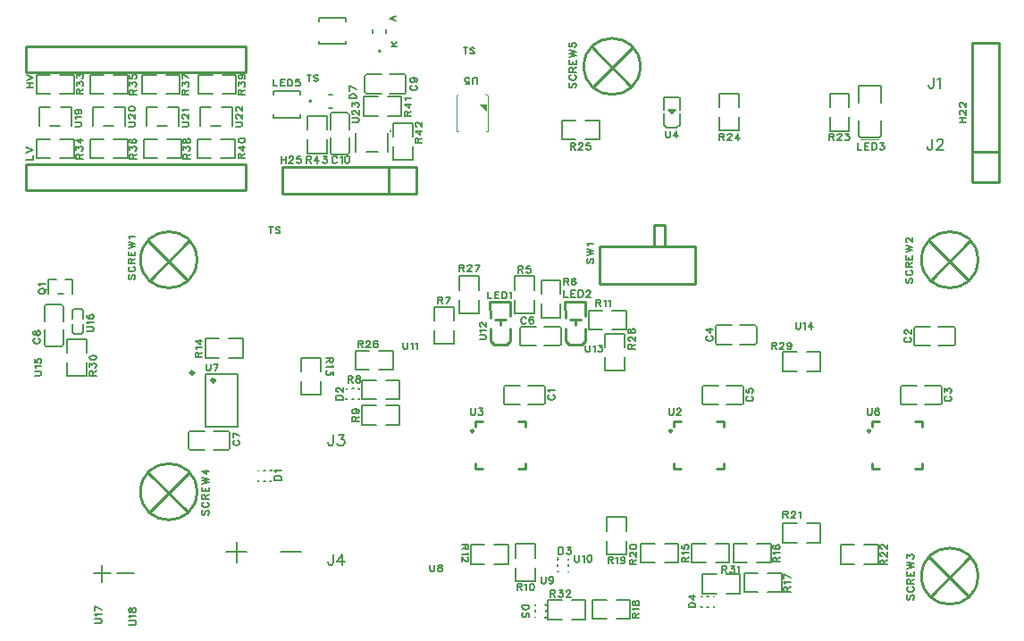
<source format=gto>
G04 Layer: TopSilkscreenLayer*
G04 EasyEDA Pro v2.2.28.1, 2024-09-17 23:40:12*
G04 Gerber Generator version 0.3*
G04 Scale: 100 percent, Rotated: No, Reflected: No*
G04 Dimensions in millimeters*
G04 Leading zeros omitted, absolute positions, 3 integers and 5 decimals*
%FSLAX35Y35*%
%MOMM*%
%ADD10C,0.203*%
%ADD11C,0.15*%
%ADD12C,0.1524*%
%ADD13C,0.254*%
%ADD14C,0.11999*%
%ADD15C,0.15011*%
%ADD16C,0.127*%
%ADD17C,0.3*%
%ADD18C,0.2*%
%ADD19C,0.3112*%
%ADD20C,0.30508*%
G75*


G04 Text Start*
G54D10*
G01X763270Y613410D02*
G01X763270Y453390D01*
G01X683260Y533400D02*
G01X843280Y533400D01*
G01X906272Y533400D02*
G01X1066292Y533400D01*
G01X2036422Y834082D02*
G01X2036422Y637232D01*
G01X1938124Y735530D02*
G01X2134720Y735530D01*
G01X2452220Y735530D02*
G01X2649070Y735530D01*
G54D11*
G01X2722852Y5257549D02*
G01X2722852Y5201923D01*
G01X2704310Y5257549D02*
G01X2741394Y5257549D01*
G01X2806418Y5249675D02*
G01X2801084Y5255009D01*
G01X2792956Y5257549D01*
G01X2782542Y5257549D01*
G01X2774414Y5255009D01*
G01X2769080Y5249675D01*
G01X2769080Y5244341D01*
G01X2771874Y5239007D01*
G01X2774414Y5236467D01*
G01X2779748Y5233673D01*
G01X2795750Y5228339D01*
G01X2801084Y5225799D01*
G01X2803624Y5223005D01*
G01X2806418Y5217671D01*
G01X2806418Y5209797D01*
G01X2801084Y5204463D01*
G01X2792956Y5201923D01*
G01X2782542Y5201923D01*
G01X2774414Y5204463D01*
G01X2769080Y5209797D01*
G01X2362962Y3815588D02*
G01X2362962Y3759962D01*
G01X2344420Y3815588D02*
G01X2381504Y3815588D01*
G01X2446528Y3807714D02*
G01X2441194Y3813048D01*
G01X2433066Y3815588D01*
G01X2422652Y3815588D01*
G01X2414524Y3813048D01*
G01X2409190Y3807714D01*
G01X2409190Y3802380D01*
G01X2411984Y3797046D01*
G01X2414524Y3794506D01*
G01X2419858Y3791712D01*
G01X2435860Y3786378D01*
G01X2441194Y3783838D01*
G01X2443734Y3781044D01*
G01X2446528Y3775710D01*
G01X2446528Y3767836D01*
G01X2441194Y3762502D01*
G01X2433066Y3759962D01*
G01X2422652Y3759962D01*
G01X2414524Y3762502D01*
G01X2409190Y3767836D01*
G01X4204462Y5517388D02*
G01X4204462Y5461762D01*
G01X4185920Y5517388D02*
G01X4223004Y5517388D01*
G01X4288028Y5509514D02*
G01X4282694Y5514848D01*
G01X4274566Y5517388D01*
G01X4264152Y5517388D01*
G01X4256024Y5514848D01*
G01X4250690Y5509514D01*
G01X4250690Y5504180D01*
G01X4253484Y5498846D01*
G01X4256024Y5496306D01*
G01X4261358Y5493512D01*
G01X4277360Y5488178D01*
G01X4282694Y5485638D01*
G01X4285234Y5482844D01*
G01X4288028Y5477510D01*
G01X4288028Y5469636D01*
G01X4282694Y5464302D01*
G01X4274566Y5461762D01*
G01X4264152Y5461762D01*
G01X4256024Y5464302D01*
G01X4250690Y5469636D01*
G01X3486912Y5794502D02*
G01X3542538Y5773420D01*
G01X3486912Y5794502D02*
G01X3542538Y5815838D01*
G01X3523996Y5781294D02*
G01X3523996Y5807710D01*
G01X3499612Y5532120D02*
G01X3555238Y5532120D01*
G01X3499612Y5569204D02*
G01X3536696Y5532120D01*
G01X3523488Y5545328D02*
G01X3555238Y5569204D01*
G54D12*
G01X4252371Y2097235D02*
G01X4252371Y2050753D01*
G01X4255419Y2041609D01*
G01X4261769Y2035259D01*
G01X4270913Y2032211D01*
G01X4277263Y2032211D01*
G01X4286407Y2035259D01*
G01X4292503Y2041609D01*
G01X4295805Y2050753D01*
G01X4295805Y2097235D01*
G01X4332127Y2097235D02*
G01X4366163Y2097235D01*
G01X4347621Y2072597D01*
G01X4356765Y2072597D01*
G01X4363115Y2069549D01*
G01X4366163Y2066247D01*
G01X4369211Y2057103D01*
G01X4369211Y2050753D01*
G01X4366163Y2041609D01*
G01X4360067Y2035259D01*
G01X4350669Y2032211D01*
G01X4341271Y2032211D01*
G01X4332127Y2035259D01*
G01X4329079Y2038561D01*
G01X4326031Y2044657D01*
G01X6131971Y2097235D02*
G01X6131971Y2050753D01*
G01X6135019Y2041609D01*
G01X6141369Y2035259D01*
G01X6150513Y2032211D01*
G01X6156863Y2032211D01*
G01X6166007Y2035259D01*
G01X6172103Y2041609D01*
G01X6175405Y2050753D01*
G01X6175405Y2097235D01*
G01X6208679Y2081741D02*
G01X6208679Y2084789D01*
G01X6211727Y2091139D01*
G01X6214775Y2094187D01*
G01X6220871Y2097235D01*
G01X6233317Y2097235D01*
G01X6239667Y2094187D01*
G01X6242715Y2091139D01*
G01X6245763Y2084789D01*
G01X6245763Y2078693D01*
G01X6242715Y2072597D01*
G01X6236365Y2063199D01*
G01X6205631Y2032211D01*
G01X6248811Y2032211D01*
G01X8011571Y2097235D02*
G01X8011571Y2050753D01*
G01X8014619Y2041609D01*
G01X8020969Y2035259D01*
G01X8030113Y2032211D01*
G01X8036463Y2032211D01*
G01X8045607Y2035259D01*
G01X8051703Y2041609D01*
G01X8055005Y2050753D01*
G01X8055005Y2097235D01*
G01X8122315Y2088091D02*
G01X8119267Y2094187D01*
G01X8109869Y2097235D01*
G01X8103773Y2097235D01*
G01X8094375Y2094187D01*
G01X8088279Y2084789D01*
G01X8085231Y2069549D01*
G01X8085231Y2054055D01*
G01X8088279Y2041609D01*
G01X8094375Y2035259D01*
G01X8103773Y2032211D01*
G01X8106821Y2032211D01*
G01X8115965Y2035259D01*
G01X8122315Y2041609D01*
G01X8125363Y2050753D01*
G01X8125363Y2054055D01*
G01X8122315Y2063199D01*
G01X8115965Y2069549D01*
G01X8106821Y2072597D01*
G01X8103773Y2072597D01*
G01X8094375Y2069549D01*
G01X8088279Y2063199D01*
G01X8085231Y2054055D01*
G01X4414520Y3205734D02*
G01X4414520Y3140710D01*
G01X4414520Y3140710D02*
G01X4451604Y3140710D01*
G01X4481830Y3205734D02*
G01X4481830Y3140710D01*
G01X4481830Y3205734D02*
G01X4521962Y3205734D01*
G01X4481830Y3174746D02*
G01X4506468Y3174746D01*
G01X4481830Y3140710D02*
G01X4521962Y3140710D01*
G01X4552188Y3205734D02*
G01X4552188Y3140710D01*
G01X4552188Y3205734D02*
G01X4573778Y3205734D01*
G01X4582922Y3202686D01*
G01X4589272Y3196590D01*
G01X4592320Y3190240D01*
G01X4595368Y3181096D01*
G01X4595368Y3165602D01*
G01X4592320Y3156204D01*
G01X4589272Y3150108D01*
G01X4582922Y3143758D01*
G01X4573778Y3140710D01*
G01X4552188Y3140710D01*
G01X4625594Y3193288D02*
G01X4631690Y3196590D01*
G01X4640834Y3205734D01*
G01X4640834Y3140710D01*
G01X5138420Y3332734D02*
G01X5138420Y3267710D01*
G01X5138420Y3332734D02*
G01X5166360Y3332734D01*
G01X5175504Y3329686D01*
G01X5178552Y3326638D01*
G01X5181854Y3320288D01*
G01X5181854Y3314192D01*
G01X5178552Y3308096D01*
G01X5175504Y3305048D01*
G01X5166360Y3301746D01*
G01X5138420Y3301746D01*
G01X5160010Y3301746D02*
G01X5181854Y3267710D01*
G01X5249164Y3323590D02*
G01X5246116Y3329686D01*
G01X5236718Y3332734D01*
G01X5230622Y3332734D01*
G01X5221224Y3329686D01*
G01X5215128Y3320288D01*
G01X5212080Y3305048D01*
G01X5212080Y3289554D01*
G01X5215128Y3277108D01*
G01X5221224Y3270758D01*
G01X5230622Y3267710D01*
G01X5233670Y3267710D01*
G01X5242814Y3270758D01*
G01X5249164Y3277108D01*
G01X5252212Y3286252D01*
G01X5252212Y3289554D01*
G01X5249164Y3298698D01*
G01X5242814Y3305048D01*
G01X5233670Y3308096D01*
G01X5230622Y3308096D01*
G01X5221224Y3305048D01*
G01X5215128Y3298698D01*
G01X5212080Y3289554D01*
G01X4706620Y3447034D02*
G01X4706620Y3382010D01*
G01X4706620Y3447034D02*
G01X4734560Y3447034D01*
G01X4743704Y3443986D01*
G01X4746752Y3440938D01*
G01X4750054Y3434588D01*
G01X4750054Y3428492D01*
G01X4746752Y3422396D01*
G01X4743704Y3419348D01*
G01X4734560Y3416046D01*
G01X4706620Y3416046D01*
G01X4728210Y3416046D02*
G01X4750054Y3382010D01*
G01X4817364Y3447034D02*
G01X4786376Y3447034D01*
G01X4783328Y3419348D01*
G01X4786376Y3422396D01*
G01X4795520Y3425444D01*
G01X4804918Y3425444D01*
G01X4814316Y3422396D01*
G01X4820412Y3416046D01*
G01X4823460Y3406902D01*
G01X4823460Y3400552D01*
G01X4820412Y3391408D01*
G01X4814316Y3385058D01*
G01X4804918Y3382010D01*
G01X4795520Y3382010D01*
G01X4786376Y3385058D01*
G01X4783328Y3388360D01*
G01X4780280Y3394456D01*
G01X5363210Y3518154D02*
G01X5357114Y3511804D01*
G01X5354066Y3502660D01*
G01X5354066Y3490214D01*
G01X5357114Y3480816D01*
G01X5363210Y3474720D01*
G01X5369560Y3474720D01*
G01X5375656Y3477768D01*
G01X5378704Y3480816D01*
G01X5381752Y3487166D01*
G01X5388102Y3505708D01*
G01X5391150Y3511804D01*
G01X5394198Y3514852D01*
G01X5400548Y3518154D01*
G01X5409692Y3518154D01*
G01X5416042Y3511804D01*
G01X5419090Y3502660D01*
G01X5419090Y3490214D01*
G01X5416042Y3480816D01*
G01X5409692Y3474720D01*
G01X5354066Y3548380D02*
G01X5419090Y3563620D01*
G01X5354066Y3579114D02*
G01X5419090Y3563620D01*
G01X5354066Y3579114D02*
G01X5419090Y3594608D01*
G01X5354066Y3610102D02*
G01X5419090Y3594608D01*
G01X5366512Y3640328D02*
G01X5363210Y3646424D01*
G01X5354066Y3655568D01*
G01X5419090Y3655568D01*
G01X5138420Y3218434D02*
G01X5138420Y3153410D01*
G01X5138420Y3153410D02*
G01X5175504Y3153410D01*
G01X5205730Y3218434D02*
G01X5205730Y3153410D01*
G01X5205730Y3218434D02*
G01X5245862Y3218434D01*
G01X5205730Y3187446D02*
G01X5230368Y3187446D01*
G01X5205730Y3153410D02*
G01X5245862Y3153410D01*
G01X5276088Y3218434D02*
G01X5276088Y3153410D01*
G01X5276088Y3218434D02*
G01X5297678Y3218434D01*
G01X5306822Y3215386D01*
G01X5313172Y3209290D01*
G01X5316220Y3202940D01*
G01X5319268Y3193796D01*
G01X5319268Y3178302D01*
G01X5316220Y3168904D01*
G01X5313172Y3162808D01*
G01X5306822Y3156458D01*
G01X5297678Y3153410D01*
G01X5276088Y3153410D01*
G01X5352542Y3202940D02*
G01X5352542Y3205988D01*
G01X5355590Y3212338D01*
G01X5358638Y3215386D01*
G01X5364734Y3218434D01*
G01X5377180Y3218434D01*
G01X5383530Y3215386D01*
G01X5386578Y3212338D01*
G01X5389626Y3205988D01*
G01X5389626Y3199892D01*
G01X5386578Y3193796D01*
G01X5380228Y3184398D01*
G01X5349494Y3153410D01*
G01X5392674Y3153410D01*
G01X7919720Y4615434D02*
G01X7919720Y4550410D01*
G01X7919720Y4550410D02*
G01X7956804Y4550410D01*
G01X7987030Y4615434D02*
G01X7987030Y4550410D01*
G01X7987030Y4615434D02*
G01X8027162Y4615434D01*
G01X7987030Y4584446D02*
G01X8011668Y4584446D01*
G01X7987030Y4550410D02*
G01X8027162Y4550410D01*
G01X8057388Y4615434D02*
G01X8057388Y4550410D01*
G01X8057388Y4615434D02*
G01X8078978Y4615434D01*
G01X8088122Y4612386D01*
G01X8094472Y4606290D01*
G01X8097520Y4599940D01*
G01X8100568Y4590796D01*
G01X8100568Y4575302D01*
G01X8097520Y4565904D01*
G01X8094472Y4559808D01*
G01X8088122Y4553458D01*
G01X8078978Y4550410D01*
G01X8057388Y4550410D01*
G01X8136890Y4615434D02*
G01X8170926Y4615434D01*
G01X8152384Y4590796D01*
G01X8161528Y4590796D01*
G01X8167878Y4587748D01*
G01X8170926Y4584446D01*
G01X8173974Y4575302D01*
G01X8173974Y4568952D01*
G01X8170926Y4559808D01*
G01X8164830Y4553458D01*
G01X8155432Y4550410D01*
G01X8146034Y4550410D01*
G01X8136890Y4553458D01*
G01X8133842Y4556760D01*
G01X8130794Y4562856D01*
G01X1747520Y2519934D02*
G01X1747520Y2473452D01*
G01X1750568Y2464308D01*
G01X1756918Y2457958D01*
G01X1766062Y2454910D01*
G01X1772412Y2454910D01*
G01X1781556Y2457958D01*
G01X1787652Y2464308D01*
G01X1790954Y2473452D01*
G01X1790954Y2519934D01*
G01X1864360Y2519934D02*
G01X1833372Y2454910D01*
G01X1821180Y2519934D02*
G01X1864360Y2519934D01*
G01X3944620Y3154934D02*
G01X3944620Y3089910D01*
G01X3944620Y3154934D02*
G01X3972560Y3154934D01*
G01X3981704Y3151886D01*
G01X3984752Y3148838D01*
G01X3988054Y3142488D01*
G01X3988054Y3136392D01*
G01X3984752Y3130296D01*
G01X3981704Y3127248D01*
G01X3972560Y3123946D01*
G01X3944620Y3123946D01*
G01X3966210Y3123946D02*
G01X3988054Y3089910D01*
G01X4061460Y3154934D02*
G01X4030472Y3089910D01*
G01X4018280Y3154934D02*
G01X4061460Y3154934D01*
G01X3093720Y2405634D02*
G01X3093720Y2340610D01*
G01X3093720Y2405634D02*
G01X3121660Y2405634D01*
G01X3130804Y2402586D01*
G01X3133852Y2399538D01*
G01X3137154Y2393188D01*
G01X3137154Y2387092D01*
G01X3133852Y2380996D01*
G01X3130804Y2377948D01*
G01X3121660Y2374646D01*
G01X3093720Y2374646D01*
G01X3115310Y2374646D02*
G01X3137154Y2340610D01*
G01X3182620Y2405634D02*
G01X3173476Y2402586D01*
G01X3170428Y2396490D01*
G01X3170428Y2390140D01*
G01X3173476Y2384044D01*
G01X3179572Y2380996D01*
G01X3192018Y2377948D01*
G01X3201416Y2374646D01*
G01X3207512Y2368550D01*
G01X3210560Y2362454D01*
G01X3210560Y2353056D01*
G01X3207512Y2346960D01*
G01X3204464Y2343658D01*
G01X3195066Y2340610D01*
G01X3182620Y2340610D01*
G01X3173476Y2343658D01*
G01X3170428Y2346960D01*
G01X3167380Y2353056D01*
G01X3167380Y2362454D01*
G01X3170428Y2368550D01*
G01X3176524Y2374646D01*
G01X3185922Y2377948D01*
G01X3198114Y2380996D01*
G01X3204464Y2384044D01*
G01X3207512Y2390140D01*
G01X3207512Y2396490D01*
G01X3204464Y2402586D01*
G01X3195066Y2405634D01*
G01X3182620Y2405634D01*
G01X3131566Y1976120D02*
G01X3196590Y1976120D01*
G01X3131566Y1976120D02*
G01X3131566Y2004060D01*
G01X3134614Y2013204D01*
G01X3137662Y2016252D01*
G01X3144012Y2019554D01*
G01X3150108Y2019554D01*
G01X3156204Y2016252D01*
G01X3159252Y2013204D01*
G01X3162554Y2004060D01*
G01X3162554Y1976120D01*
G01X3162554Y1997710D02*
G01X3196590Y2019554D01*
G01X3153156Y2089912D02*
G01X3162554Y2086864D01*
G01X3168650Y2080514D01*
G01X3171698Y2071370D01*
G01X3171698Y2068322D01*
G01X3168650Y2058924D01*
G01X3162554Y2052828D01*
G01X3153156Y2049780D01*
G01X3150108Y2049780D01*
G01X3140710Y2052828D01*
G01X3134614Y2058924D01*
G01X3131566Y2068322D01*
G01X3131566Y2071370D01*
G01X3134614Y2080514D01*
G01X3140710Y2086864D01*
G01X3153156Y2089912D01*
G01X3168650Y2089912D01*
G01X3184144Y2086864D01*
G01X3193542Y2080514D01*
G01X3196590Y2071370D01*
G01X3196590Y2065020D01*
G01X3193542Y2055876D01*
G01X3187192Y2052828D01*
G01X4693920Y437134D02*
G01X4693920Y372110D01*
G01X4693920Y437134D02*
G01X4721860Y437134D01*
G01X4731004Y434086D01*
G01X4734052Y431038D01*
G01X4737354Y424688D01*
G01X4737354Y418592D01*
G01X4734052Y412496D01*
G01X4731004Y409448D01*
G01X4721860Y406146D01*
G01X4693920Y406146D01*
G01X4715510Y406146D02*
G01X4737354Y372110D01*
G01X4767580Y424688D02*
G01X4773676Y427990D01*
G01X4782820Y437134D01*
G01X4782820Y372110D01*
G01X4831588Y437134D02*
G01X4822190Y434086D01*
G01X4816094Y424688D01*
G01X4813046Y409448D01*
G01X4813046Y400050D01*
G01X4816094Y384556D01*
G01X4822190Y375158D01*
G01X4831588Y372110D01*
G01X4837684Y372110D01*
G01X4847082Y375158D01*
G01X4853178Y384556D01*
G01X4856226Y400050D01*
G01X4856226Y409448D01*
G01X4853178Y424688D01*
G01X4847082Y434086D01*
G01X4837684Y437134D01*
G01X4831588Y437134D01*
G01X5443220Y3129534D02*
G01X5443220Y3064510D01*
G01X5443220Y3129534D02*
G01X5471160Y3129534D01*
G01X5480304Y3126486D01*
G01X5483352Y3123438D01*
G01X5486654Y3117088D01*
G01X5486654Y3110992D01*
G01X5483352Y3104896D01*
G01X5480304Y3101848D01*
G01X5471160Y3098546D01*
G01X5443220Y3098546D01*
G01X5464810Y3098546D02*
G01X5486654Y3064510D01*
G01X5516880Y3117088D02*
G01X5522976Y3120390D01*
G01X5532120Y3129534D01*
G01X5532120Y3064510D01*
G01X5562346Y3117088D02*
G01X5568442Y3120390D01*
G01X5577586Y3129534D01*
G01X5577586Y3064510D01*
G01X4234434Y805180D02*
G01X4169410Y805180D01*
G01X4234434Y805180D02*
G01X4234434Y777240D01*
G01X4231386Y768096D01*
G01X4228338Y765048D01*
G01X4221988Y761746D01*
G01X4215892Y761746D01*
G01X4209796Y765048D01*
G01X4206748Y768096D01*
G01X4203446Y777240D01*
G01X4203446Y805180D01*
G01X4203446Y783590D02*
G01X4169410Y761746D01*
G01X4221988Y731520D02*
G01X4225290Y725424D01*
G01X4234434Y716280D01*
G01X4169410Y716280D01*
G01X4218940Y683006D02*
G01X4221988Y683006D01*
G01X4228338Y679958D01*
G01X4231386Y676910D01*
G01X4234434Y670814D01*
G01X4234434Y658368D01*
G01X4231386Y652018D01*
G01X4228338Y648970D01*
G01X4221988Y645922D01*
G01X4215892Y645922D01*
G01X4209796Y648970D01*
G01X4200398Y655320D01*
G01X4169410Y686054D01*
G01X4169410Y642874D01*
G01X2949463Y2576413D02*
G01X2884439Y2576413D01*
G01X2949463Y2576413D02*
G01X2949463Y2548473D01*
G01X2946415Y2539329D01*
G01X2943367Y2536281D01*
G01X2937017Y2532979D01*
G01X2930921Y2532979D01*
G01X2924825Y2536281D01*
G01X2921777Y2539329D01*
G01X2918475Y2548473D01*
G01X2918475Y2576413D01*
G01X2918475Y2554823D02*
G01X2884439Y2532979D01*
G01X2937017Y2502753D02*
G01X2940319Y2496657D01*
G01X2949463Y2487513D01*
G01X2884439Y2487513D01*
G01X2949463Y2451191D02*
G01X2949463Y2417155D01*
G01X2924825Y2435697D01*
G01X2924825Y2426553D01*
G01X2921777Y2420203D01*
G01X2918475Y2417155D01*
G01X2909331Y2414107D01*
G01X2902981Y2414107D01*
G01X2893837Y2417155D01*
G01X2887487Y2423251D01*
G01X2884439Y2432649D01*
G01X2884439Y2442047D01*
G01X2887487Y2451191D01*
G01X2890789Y2454239D01*
G01X2896885Y2457287D01*
G01X1645666Y2585720D02*
G01X1710690Y2585720D01*
G01X1645666Y2585720D02*
G01X1645666Y2613660D01*
G01X1648714Y2622804D01*
G01X1651762Y2625852D01*
G01X1658112Y2629154D01*
G01X1664208Y2629154D01*
G01X1670304Y2625852D01*
G01X1673352Y2622804D01*
G01X1676654Y2613660D01*
G01X1676654Y2585720D01*
G01X1676654Y2607310D02*
G01X1710690Y2629154D01*
G01X1658112Y2659380D02*
G01X1654810Y2665476D01*
G01X1645666Y2674620D01*
G01X1710690Y2674620D01*
G01X1645666Y2735580D02*
G01X1688846Y2704846D01*
G01X1688846Y2751074D01*
G01X1645666Y2735580D02*
G01X1710690Y2735580D01*
G01X6255766Y642620D02*
G01X6320790Y642620D01*
G01X6255766Y642620D02*
G01X6255766Y670560D01*
G01X6258814Y679704D01*
G01X6261862Y682752D01*
G01X6268212Y686054D01*
G01X6274308Y686054D01*
G01X6280404Y682752D01*
G01X6283452Y679704D01*
G01X6286754Y670560D01*
G01X6286754Y642620D01*
G01X6286754Y664210D02*
G01X6320790Y686054D01*
G01X6268212Y716280D02*
G01X6264910Y722376D01*
G01X6255766Y731520D01*
G01X6320790Y731520D01*
G01X6255766Y798830D02*
G01X6255766Y767842D01*
G01X6283452Y764794D01*
G01X6280404Y767842D01*
G01X6277356Y776986D01*
G01X6277356Y786384D01*
G01X6280404Y795782D01*
G01X6286754Y801878D01*
G01X6295898Y804926D01*
G01X6302248Y804926D01*
G01X6311392Y801878D01*
G01X6317742Y795782D01*
G01X6320790Y786384D01*
G01X6320790Y776986D01*
G01X6317742Y767842D01*
G01X6314440Y764794D01*
G01X6308344Y761746D01*
G01X7119366Y642620D02*
G01X7184390Y642620D01*
G01X7119366Y642620D02*
G01X7119366Y670560D01*
G01X7122414Y679704D01*
G01X7125462Y682752D01*
G01X7131812Y686054D01*
G01X7137908Y686054D01*
G01X7144004Y682752D01*
G01X7147052Y679704D01*
G01X7150354Y670560D01*
G01X7150354Y642620D01*
G01X7150354Y664210D02*
G01X7184390Y686054D01*
G01X7131812Y716280D02*
G01X7128510Y722376D01*
G01X7119366Y731520D01*
G01X7184390Y731520D01*
G01X7128510Y798830D02*
G01X7122414Y795782D01*
G01X7119366Y786384D01*
G01X7119366Y780288D01*
G01X7122414Y770890D01*
G01X7131812Y764794D01*
G01X7147052Y761746D01*
G01X7162546Y761746D01*
G01X7174992Y764794D01*
G01X7181342Y770890D01*
G01X7184390Y780288D01*
G01X7184390Y783336D01*
G01X7181342Y792480D01*
G01X7174992Y798830D01*
G01X7165848Y801878D01*
G01X7162546Y801878D01*
G01X7153402Y798830D01*
G01X7147052Y792480D01*
G01X7144004Y783336D01*
G01X7144004Y780288D01*
G01X7147052Y770890D01*
G01X7153402Y764794D01*
G01X7162546Y761746D01*
G01X7223430Y360503D02*
G01X7288454Y360503D01*
G01X7223430Y360503D02*
G01X7223430Y388443D01*
G01X7226478Y397587D01*
G01X7229526Y400635D01*
G01X7235876Y403937D01*
G01X7241972Y403937D01*
G01X7248068Y400635D01*
G01X7251116Y397587D01*
G01X7254418Y388443D01*
G01X7254418Y360503D01*
G01X7254418Y382093D02*
G01X7288454Y403937D01*
G01X7235876Y434163D02*
G01X7232574Y440259D01*
G01X7223430Y449403D01*
G01X7288454Y449403D01*
G01X7223430Y522809D02*
G01X7288454Y491821D01*
G01X7223430Y479629D02*
G01X7223430Y522809D01*
G01X5787466Y110820D02*
G01X5852490Y110820D01*
G01X5787466Y110820D02*
G01X5787466Y138760D01*
G01X5790514Y147904D01*
G01X5793562Y150952D01*
G01X5799912Y154254D01*
G01X5806008Y154254D01*
G01X5812104Y150952D01*
G01X5815152Y147904D01*
G01X5818454Y138760D01*
G01X5818454Y110820D01*
G01X5818454Y132410D02*
G01X5852490Y154254D01*
G01X5799912Y184480D02*
G01X5796610Y190576D01*
G01X5787466Y199720D01*
G01X5852490Y199720D01*
G01X5787466Y245186D02*
G01X5790514Y236042D01*
G01X5796610Y232994D01*
G01X5802960Y232994D01*
G01X5809056Y236042D01*
G01X5812104Y242138D01*
G01X5815152Y254584D01*
G01X5818454Y263982D01*
G01X5824550Y270078D01*
G01X5830646Y273126D01*
G01X5840044Y273126D01*
G01X5846140Y270078D01*
G01X5849442Y267030D01*
G01X5852490Y257632D01*
G01X5852490Y245186D01*
G01X5849442Y236042D01*
G01X5846140Y232994D01*
G01X5840044Y229946D01*
G01X5830646Y229946D01*
G01X5824550Y232994D01*
G01X5818454Y239090D01*
G01X5815152Y248488D01*
G01X5812104Y260680D01*
G01X5809056Y267030D01*
G01X5802960Y270078D01*
G01X5796610Y270078D01*
G01X5790514Y267030D01*
G01X5787466Y257632D01*
G01X5787466Y245186D01*
G01X3614420Y2723134D02*
G01X3614420Y2676652D01*
G01X3617468Y2667508D01*
G01X3623818Y2661158D01*
G01X3632962Y2658110D01*
G01X3639312Y2658110D01*
G01X3648456Y2661158D01*
G01X3654552Y2667508D01*
G01X3657854Y2676652D01*
G01X3657854Y2723134D01*
G01X3688080Y2710688D02*
G01X3694176Y2713990D01*
G01X3703320Y2723134D01*
G01X3703320Y2658110D01*
G01X3733546Y2710688D02*
G01X3739642Y2713990D01*
G01X3748786Y2723134D01*
G01X3748786Y2658110D01*
G01X3187785Y2738262D02*
G01X3187785Y2673238D01*
G01X3187785Y2738262D02*
G01X3215725Y2738262D01*
G01X3224869Y2735214D01*
G01X3227917Y2732166D01*
G01X3231219Y2725816D01*
G01X3231219Y2719720D01*
G01X3227917Y2713624D01*
G01X3224869Y2710576D01*
G01X3215725Y2707274D01*
G01X3187785Y2707274D01*
G01X3209375Y2707274D02*
G01X3231219Y2673238D01*
G01X3264493Y2722768D02*
G01X3264493Y2725816D01*
G01X3267541Y2732166D01*
G01X3270589Y2735214D01*
G01X3276685Y2738262D01*
G01X3289131Y2738262D01*
G01X3295481Y2735214D01*
G01X3298529Y2732166D01*
G01X3301577Y2725816D01*
G01X3301577Y2719720D01*
G01X3298529Y2713624D01*
G01X3292179Y2704226D01*
G01X3261445Y2673238D01*
G01X3304625Y2673238D01*
G01X3371935Y2729118D02*
G01X3368887Y2735214D01*
G01X3359489Y2738262D01*
G01X3353393Y2738262D01*
G01X3343995Y2735214D01*
G01X3337899Y2725816D01*
G01X3334851Y2710576D01*
G01X3334851Y2695082D01*
G01X3337899Y2682636D01*
G01X3343995Y2676286D01*
G01X3353393Y2673238D01*
G01X3356441Y2673238D01*
G01X3365585Y2676286D01*
G01X3371935Y2682636D01*
G01X3374983Y2691780D01*
G01X3374983Y2695082D01*
G01X3371935Y2704226D01*
G01X3365585Y2710576D01*
G01X3356441Y2713624D01*
G01X3353393Y2713624D01*
G01X3343995Y2710576D01*
G01X3337899Y2704226D01*
G01X3334851Y2695082D01*
G01X5557520Y691134D02*
G01X5557520Y626110D01*
G01X5557520Y691134D02*
G01X5585460Y691134D01*
G01X5594604Y688086D01*
G01X5597652Y685038D01*
G01X5600954Y678688D01*
G01X5600954Y672592D01*
G01X5597652Y666496D01*
G01X5594604Y663448D01*
G01X5585460Y660146D01*
G01X5557520Y660146D01*
G01X5579110Y660146D02*
G01X5600954Y626110D01*
G01X5631180Y678688D02*
G01X5637276Y681990D01*
G01X5646420Y691134D01*
G01X5646420Y626110D01*
G01X5716778Y669544D02*
G01X5713730Y660146D01*
G01X5707380Y654050D01*
G01X5698236Y651002D01*
G01X5695188Y651002D01*
G01X5685790Y654050D01*
G01X5679694Y660146D01*
G01X5676646Y669544D01*
G01X5676646Y672592D01*
G01X5679694Y681990D01*
G01X5685790Y688086D01*
G01X5695188Y691134D01*
G01X5698236Y691134D01*
G01X5707380Y688086D01*
G01X5713730Y681990D01*
G01X5716778Y669544D01*
G01X5716778Y654050D01*
G01X5713730Y638556D01*
G01X5707380Y629158D01*
G01X5698236Y626110D01*
G01X5691886Y626110D01*
G01X5682742Y629158D01*
G01X5679694Y635508D01*
G01X5760466Y617220D02*
G01X5825490Y617220D01*
G01X5760466Y617220D02*
G01X5760466Y645160D01*
G01X5763514Y654304D01*
G01X5766562Y657352D01*
G01X5772912Y660654D01*
G01X5779008Y660654D01*
G01X5785104Y657352D01*
G01X5788152Y654304D01*
G01X5791454Y645160D01*
G01X5791454Y617220D01*
G01X5791454Y638810D02*
G01X5825490Y660654D01*
G01X5775960Y693928D02*
G01X5772912Y693928D01*
G01X5766562Y696976D01*
G01X5763514Y700024D01*
G01X5760466Y706120D01*
G01X5760466Y718566D01*
G01X5763514Y724916D01*
G01X5766562Y727964D01*
G01X5772912Y731012D01*
G01X5779008Y731012D01*
G01X5785104Y727964D01*
G01X5794502Y721614D01*
G01X5825490Y690880D01*
G01X5825490Y734060D01*
G01X5760466Y782828D02*
G01X5763514Y773430D01*
G01X5772912Y767334D01*
G01X5788152Y764286D01*
G01X5797550Y764286D01*
G01X5813044Y767334D01*
G01X5822442Y773430D01*
G01X5825490Y782828D01*
G01X5825490Y788924D01*
G01X5822442Y798322D01*
G01X5813044Y804418D01*
G01X5797550Y807466D01*
G01X5788152Y807466D01*
G01X5772912Y804418D01*
G01X5763514Y798322D01*
G01X5760466Y788924D01*
G01X5760466Y782828D01*
G01X7215287Y1120663D02*
G01X7215287Y1055639D01*
G01X7215287Y1120663D02*
G01X7243227Y1120663D01*
G01X7252371Y1117615D01*
G01X7255419Y1114567D01*
G01X7258721Y1108217D01*
G01X7258721Y1102121D01*
G01X7255419Y1096025D01*
G01X7252371Y1092977D01*
G01X7243227Y1089675D01*
G01X7215287Y1089675D01*
G01X7236877Y1089675D02*
G01X7258721Y1055639D01*
G01X7291995Y1105169D02*
G01X7291995Y1108217D01*
G01X7295043Y1114567D01*
G01X7298091Y1117615D01*
G01X7304187Y1120663D01*
G01X7316633Y1120663D01*
G01X7322983Y1117615D01*
G01X7326031Y1114567D01*
G01X7329079Y1108217D01*
G01X7329079Y1102121D01*
G01X7326031Y1096025D01*
G01X7319681Y1086627D01*
G01X7288947Y1055639D01*
G01X7332127Y1055639D01*
G01X7362353Y1108217D02*
G01X7368449Y1111519D01*
G01X7377593Y1120663D01*
G01X7377593Y1055639D01*
G01X8135366Y617220D02*
G01X8200390Y617220D01*
G01X8135366Y617220D02*
G01X8135366Y645160D01*
G01X8138414Y654304D01*
G01X8141462Y657352D01*
G01X8147812Y660654D01*
G01X8153908Y660654D01*
G01X8160004Y657352D01*
G01X8163052Y654304D01*
G01X8166354Y645160D01*
G01X8166354Y617220D01*
G01X8166354Y638810D02*
G01X8200390Y660654D01*
G01X8150860Y693928D02*
G01X8147812Y693928D01*
G01X8141462Y696976D01*
G01X8138414Y700024D01*
G01X8135366Y706120D01*
G01X8135366Y718566D01*
G01X8138414Y724916D01*
G01X8141462Y727964D01*
G01X8147812Y731012D01*
G01X8153908Y731012D01*
G01X8160004Y727964D01*
G01X8169402Y721614D01*
G01X8200390Y690880D01*
G01X8200390Y734060D01*
G01X8150860Y767334D02*
G01X8147812Y767334D01*
G01X8141462Y770382D01*
G01X8138414Y773430D01*
G01X8135366Y779526D01*
G01X8135366Y791972D01*
G01X8138414Y798322D01*
G01X8141462Y801370D01*
G01X8147812Y804418D01*
G01X8153908Y804418D01*
G01X8160004Y801370D01*
G01X8169402Y795020D01*
G01X8200390Y764286D01*
G01X8200390Y807466D01*
G01X6103620Y4729734D02*
G01X6103620Y4683252D01*
G01X6106668Y4674108D01*
G01X6113018Y4667758D01*
G01X6122162Y4664710D01*
G01X6128512Y4664710D01*
G01X6137656Y4667758D01*
G01X6143752Y4674108D01*
G01X6147054Y4683252D01*
G01X6147054Y4729734D01*
G01X6208014Y4729734D02*
G01X6177280Y4686554D01*
G01X6223508Y4686554D01*
G01X6208014Y4729734D02*
G01X6208014Y4664710D01*
G01X4315460Y5171309D02*
G01X4315460Y5217791D01*
G01X4312412Y5226935D01*
G01X4306062Y5233285D01*
G01X4296918Y5236333D01*
G01X4290568Y5236333D01*
G01X4281424Y5233285D01*
G01X4275328Y5226935D01*
G01X4272026Y5217791D01*
G01X4272026Y5171309D01*
G01X4204716Y5171309D02*
G01X4235704Y5171309D01*
G01X4238752Y5198995D01*
G01X4235704Y5195947D01*
G01X4226560Y5192899D01*
G01X4217162Y5192899D01*
G01X4207764Y5195947D01*
G01X4201668Y5202297D01*
G01X4198620Y5211441D01*
G01X4198620Y5217791D01*
G01X4201668Y5226935D01*
G01X4207764Y5233285D01*
G01X4217162Y5236333D01*
G01X4226560Y5236333D01*
G01X4235704Y5233285D01*
G01X4238752Y5229983D01*
G01X4241800Y5223887D01*
G01X7653020Y4704334D02*
G01X7653020Y4639310D01*
G01X7653020Y4704334D02*
G01X7680960Y4704334D01*
G01X7690104Y4701286D01*
G01X7693152Y4698238D01*
G01X7696454Y4691888D01*
G01X7696454Y4685792D01*
G01X7693152Y4679696D01*
G01X7690104Y4676648D01*
G01X7680960Y4673346D01*
G01X7653020Y4673346D01*
G01X7674610Y4673346D02*
G01X7696454Y4639310D01*
G01X7729728Y4688840D02*
G01X7729728Y4691888D01*
G01X7732776Y4698238D01*
G01X7735824Y4701286D01*
G01X7741920Y4704334D01*
G01X7754366Y4704334D01*
G01X7760716Y4701286D01*
G01X7763764Y4698238D01*
G01X7766812Y4691888D01*
G01X7766812Y4685792D01*
G01X7763764Y4679696D01*
G01X7757414Y4670298D01*
G01X7726680Y4639310D01*
G01X7769860Y4639310D01*
G01X7806182Y4704334D02*
G01X7840218Y4704334D01*
G01X7821676Y4679696D01*
G01X7830820Y4679696D01*
G01X7837170Y4676648D01*
G01X7840218Y4673346D01*
G01X7843266Y4664202D01*
G01X7843266Y4657852D01*
G01X7840218Y4648708D01*
G01X7834122Y4642358D01*
G01X7824724Y4639310D01*
G01X7815326Y4639310D01*
G01X7806182Y4642358D01*
G01X7803134Y4645660D01*
G01X7800086Y4651756D01*
G01X6611620Y4704334D02*
G01X6611620Y4639310D01*
G01X6611620Y4704334D02*
G01X6639560Y4704334D01*
G01X6648704Y4701286D01*
G01X6651752Y4698238D01*
G01X6655054Y4691888D01*
G01X6655054Y4685792D01*
G01X6651752Y4679696D01*
G01X6648704Y4676648D01*
G01X6639560Y4673346D01*
G01X6611620Y4673346D01*
G01X6633210Y4673346D02*
G01X6655054Y4639310D01*
G01X6688328Y4688840D02*
G01X6688328Y4691888D01*
G01X6691376Y4698238D01*
G01X6694424Y4701286D01*
G01X6700520Y4704334D01*
G01X6712966Y4704334D01*
G01X6719316Y4701286D01*
G01X6722364Y4698238D01*
G01X6725412Y4691888D01*
G01X6725412Y4685792D01*
G01X6722364Y4679696D01*
G01X6716014Y4670298D01*
G01X6685280Y4639310D01*
G01X6728460Y4639310D01*
G01X6789420Y4704334D02*
G01X6758686Y4661154D01*
G01X6804914Y4661154D01*
G01X6789420Y4704334D02*
G01X6789420Y4639310D01*
G01X5201920Y4615434D02*
G01X5201920Y4550410D01*
G01X5201920Y4615434D02*
G01X5229860Y4615434D01*
G01X5239004Y4612386D01*
G01X5242052Y4609338D01*
G01X5245354Y4602988D01*
G01X5245354Y4596892D01*
G01X5242052Y4590796D01*
G01X5239004Y4587748D01*
G01X5229860Y4584446D01*
G01X5201920Y4584446D01*
G01X5223510Y4584446D02*
G01X5245354Y4550410D01*
G01X5278628Y4599940D02*
G01X5278628Y4602988D01*
G01X5281676Y4609338D01*
G01X5284724Y4612386D01*
G01X5290820Y4615434D01*
G01X5303266Y4615434D01*
G01X5309616Y4612386D01*
G01X5312664Y4609338D01*
G01X5315712Y4602988D01*
G01X5315712Y4596892D01*
G01X5312664Y4590796D01*
G01X5306314Y4581398D01*
G01X5275580Y4550410D01*
G01X5318760Y4550410D01*
G01X5386070Y4615434D02*
G01X5355082Y4615434D01*
G01X5352034Y4587748D01*
G01X5355082Y4590796D01*
G01X5364226Y4593844D01*
G01X5373624Y4593844D01*
G01X5383022Y4590796D01*
G01X5389118Y4584446D01*
G01X5392166Y4575302D01*
G01X5392166Y4568952D01*
G01X5389118Y4559808D01*
G01X5383022Y4553458D01*
G01X5373624Y4550410D01*
G01X5364226Y4550410D01*
G01X5355082Y4553458D01*
G01X5352034Y4556760D01*
G01X5348986Y4562856D01*
G01X8641588Y5236972D02*
G01X8641588Y5158994D01*
G01X8636762Y5144262D01*
G01X8631936Y5139436D01*
G01X8622030Y5134610D01*
G01X8612378Y5134610D01*
G01X8602472Y5139436D01*
G01X8597646Y5144262D01*
G01X8592820Y5158994D01*
G01X8592820Y5168646D01*
G01X8680196Y5217414D02*
G01X8690102Y5222240D01*
G01X8704580Y5236972D01*
G01X8704580Y5134610D01*
G01X8628888Y4652772D02*
G01X8628888Y4574794D01*
G01X8624062Y4560062D01*
G01X8619236Y4555236D01*
G01X8609330Y4550410D01*
G01X8599678Y4550410D01*
G01X8589772Y4555236D01*
G01X8584946Y4560062D01*
G01X8580120Y4574794D01*
G01X8580120Y4584446D01*
G01X8672322Y4628388D02*
G01X8672322Y4633214D01*
G01X8677402Y4643120D01*
G01X8682228Y4647946D01*
G01X8691880Y4652772D01*
G01X8711438Y4652772D01*
G01X8721344Y4647946D01*
G01X8726170Y4643120D01*
G01X8730996Y4633214D01*
G01X8730996Y4623562D01*
G01X8726170Y4613656D01*
G01X8716264Y4599178D01*
G01X8667496Y4550410D01*
G01X8735822Y4550410D01*
G01X8760460Y2213102D02*
G01X8754110Y2210054D01*
G01X8748014Y2203704D01*
G01X8744966Y2197608D01*
G01X8744966Y2185162D01*
G01X8748014Y2179066D01*
G01X8754110Y2172716D01*
G01X8760460Y2169668D01*
G01X8769604Y2166620D01*
G01X8785098Y2166620D01*
G01X8794496Y2169668D01*
G01X8800592Y2172716D01*
G01X8806942Y2179066D01*
G01X8809990Y2185162D01*
G01X8809990Y2197608D01*
G01X8806942Y2203704D01*
G01X8800592Y2210054D01*
G01X8794496Y2213102D01*
G01X8744966Y2249424D02*
G01X8744966Y2283460D01*
G01X8769604Y2264918D01*
G01X8769604Y2274062D01*
G01X8772652Y2280412D01*
G01X8775954Y2283460D01*
G01X8785098Y2286508D01*
G01X8791448Y2286508D01*
G01X8800592Y2283460D01*
G01X8806942Y2277364D01*
G01X8809990Y2267966D01*
G01X8809990Y2258568D01*
G01X8806942Y2249424D01*
G01X8803640Y2246376D01*
G01X8797544Y2243328D01*
G01X6499860Y2784602D02*
G01X6493510Y2781554D01*
G01X6487414Y2775204D01*
G01X6484366Y2769108D01*
G01X6484366Y2756662D01*
G01X6487414Y2750566D01*
G01X6493510Y2744216D01*
G01X6499860Y2741168D01*
G01X6509004Y2738120D01*
G01X6524498Y2738120D01*
G01X6533896Y2741168D01*
G01X6539992Y2744216D01*
G01X6546342Y2750566D01*
G01X6549390Y2756662D01*
G01X6549390Y2769108D01*
G01X6546342Y2775204D01*
G01X6539992Y2781554D01*
G01X6533896Y2784602D01*
G01X6484366Y2845562D02*
G01X6527546Y2814828D01*
G01X6527546Y2861056D01*
G01X6484366Y2845562D02*
G01X6549390Y2845562D01*
G01X6880860Y2213102D02*
G01X6874510Y2210054D01*
G01X6868414Y2203704D01*
G01X6865366Y2197608D01*
G01X6865366Y2185162D01*
G01X6868414Y2179066D01*
G01X6874510Y2172716D01*
G01X6880860Y2169668D01*
G01X6890004Y2166620D01*
G01X6905498Y2166620D01*
G01X6914896Y2169668D01*
G01X6920992Y2172716D01*
G01X6927342Y2179066D01*
G01X6930390Y2185162D01*
G01X6930390Y2197608D01*
G01X6927342Y2203704D01*
G01X6920992Y2210054D01*
G01X6914896Y2213102D01*
G01X6865366Y2280412D02*
G01X6865366Y2249424D01*
G01X6893052Y2246376D01*
G01X6890004Y2249424D01*
G01X6886956Y2258568D01*
G01X6886956Y2267966D01*
G01X6890004Y2277364D01*
G01X6896354Y2283460D01*
G01X6905498Y2286508D01*
G01X6911848Y2286508D01*
G01X6920992Y2283460D01*
G01X6927342Y2277364D01*
G01X6930390Y2267966D01*
G01X6930390Y2258568D01*
G01X6927342Y2249424D01*
G01X6924040Y2246376D01*
G01X6917944Y2243328D01*
G01X4778502Y2948940D02*
G01X4775454Y2955290D01*
G01X4769104Y2961386D01*
G01X4763008Y2964434D01*
G01X4750562Y2964434D01*
G01X4744466Y2961386D01*
G01X4738116Y2955290D01*
G01X4735068Y2948940D01*
G01X4732020Y2939796D01*
G01X4732020Y2924302D01*
G01X4735068Y2914904D01*
G01X4738116Y2908808D01*
G01X4744466Y2902458D01*
G01X4750562Y2899410D01*
G01X4763008Y2899410D01*
G01X4769104Y2902458D01*
G01X4775454Y2908808D01*
G01X4778502Y2914904D01*
G01X4845812Y2955290D02*
G01X4842764Y2961386D01*
G01X4833366Y2964434D01*
G01X4827270Y2964434D01*
G01X4817872Y2961386D01*
G01X4811776Y2951988D01*
G01X4808728Y2936748D01*
G01X4808728Y2921254D01*
G01X4811776Y2908808D01*
G01X4817872Y2902458D01*
G01X4827270Y2899410D01*
G01X4830318Y2899410D01*
G01X4839462Y2902458D01*
G01X4845812Y2908808D01*
G01X4848860Y2917952D01*
G01X4848860Y2921254D01*
G01X4845812Y2930398D01*
G01X4839462Y2936748D01*
G01X4830318Y2939796D01*
G01X4827270Y2939796D01*
G01X4817872Y2936748D01*
G01X4811776Y2930398D01*
G01X4808728Y2921254D01*
G01X2016760Y1794002D02*
G01X2010410Y1790954D01*
G01X2004314Y1784604D01*
G01X2001266Y1778508D01*
G01X2001266Y1766062D01*
G01X2004314Y1759966D01*
G01X2010410Y1753616D01*
G01X2016760Y1750568D01*
G01X2025904Y1747520D01*
G01X2041398Y1747520D01*
G01X2050796Y1750568D01*
G01X2056892Y1753616D01*
G01X2063242Y1759966D01*
G01X2066290Y1766062D01*
G01X2066290Y1778508D01*
G01X2063242Y1784604D01*
G01X2056892Y1790954D01*
G01X2050796Y1794002D01*
G01X2001266Y1867408D02*
G01X2066290Y1836420D01*
G01X2001266Y1824228D02*
G01X2001266Y1867408D01*
G01X5001260Y2225802D02*
G01X4994910Y2222754D01*
G01X4988814Y2216404D01*
G01X4985766Y2210308D01*
G01X4985766Y2197862D01*
G01X4988814Y2191766D01*
G01X4994910Y2185416D01*
G01X5001260Y2182368D01*
G01X5010404Y2179320D01*
G01X5025898Y2179320D01*
G01X5035296Y2182368D01*
G01X5041392Y2185416D01*
G01X5047742Y2191766D01*
G01X5050790Y2197862D01*
G01X5050790Y2210308D01*
G01X5047742Y2216404D01*
G01X5041392Y2222754D01*
G01X5035296Y2225802D01*
G01X4998212Y2256028D02*
G01X4994910Y2262124D01*
G01X4985766Y2271268D01*
G01X5050790Y2271268D01*
G01X8379460Y2771902D02*
G01X8373110Y2768854D01*
G01X8367014Y2762504D01*
G01X8363966Y2756408D01*
G01X8363966Y2743962D01*
G01X8367014Y2737866D01*
G01X8373110Y2731516D01*
G01X8379460Y2728468D01*
G01X8388604Y2725420D01*
G01X8404098Y2725420D01*
G01X8413496Y2728468D01*
G01X8419592Y2731516D01*
G01X8425942Y2737866D01*
G01X8428990Y2743962D01*
G01X8428990Y2756408D01*
G01X8425942Y2762504D01*
G01X8419592Y2768854D01*
G01X8413496Y2771902D01*
G01X8379460Y2805176D02*
G01X8376412Y2805176D01*
G01X8370062Y2808224D01*
G01X8367014Y2811272D01*
G01X8363966Y2817368D01*
G01X8363966Y2829814D01*
G01X8367014Y2836164D01*
G01X8370062Y2839212D01*
G01X8376412Y2842260D01*
G01X8382508Y2842260D01*
G01X8388604Y2839212D01*
G01X8398002Y2832862D01*
G01X8428990Y2802128D01*
G01X8428990Y2845308D01*
G01X8884666Y4808220D02*
G01X8949690Y4808220D01*
G01X8884666Y4851654D02*
G01X8949690Y4851654D01*
G01X8915654Y4808220D02*
G01X8915654Y4851654D01*
G01X8900160Y4884928D02*
G01X8897112Y4884928D01*
G01X8890762Y4887976D01*
G01X8887714Y4891024D01*
G01X8884666Y4897120D01*
G01X8884666Y4909566D01*
G01X8887714Y4915916D01*
G01X8890762Y4918964D01*
G01X8897112Y4922012D01*
G01X8903208Y4922012D01*
G01X8909304Y4918964D01*
G01X8918702Y4912614D01*
G01X8949690Y4881880D01*
G01X8949690Y4925060D01*
G01X8900160Y4958334D02*
G01X8897112Y4958334D01*
G01X8890762Y4961382D01*
G01X8887714Y4964430D01*
G01X8884666Y4970526D01*
G01X8884666Y4982972D01*
G01X8887714Y4989322D01*
G01X8890762Y4992370D01*
G01X8897112Y4995418D01*
G01X8903208Y4995418D01*
G01X8909304Y4992370D01*
G01X8918702Y4986020D01*
G01X8949690Y4955286D01*
G01X8949690Y4998466D01*
G01X5747766Y2661920D02*
G01X5812790Y2661920D01*
G01X5747766Y2661920D02*
G01X5747766Y2689860D01*
G01X5750814Y2699004D01*
G01X5753862Y2702052D01*
G01X5760212Y2705354D01*
G01X5766308Y2705354D01*
G01X5772404Y2702052D01*
G01X5775452Y2699004D01*
G01X5778754Y2689860D01*
G01X5778754Y2661920D01*
G01X5778754Y2683510D02*
G01X5812790Y2705354D01*
G01X5763260Y2738628D02*
G01X5760212Y2738628D01*
G01X5753862Y2741676D01*
G01X5750814Y2744724D01*
G01X5747766Y2750820D01*
G01X5747766Y2763266D01*
G01X5750814Y2769616D01*
G01X5753862Y2772664D01*
G01X5760212Y2775712D01*
G01X5766308Y2775712D01*
G01X5772404Y2772664D01*
G01X5781802Y2766314D01*
G01X5812790Y2735580D01*
G01X5812790Y2778760D01*
G01X5747766Y2824226D02*
G01X5750814Y2815082D01*
G01X5756910Y2812034D01*
G01X5763260Y2812034D01*
G01X5769356Y2815082D01*
G01X5772404Y2821178D01*
G01X5775452Y2833624D01*
G01X5778754Y2843022D01*
G01X5784850Y2849118D01*
G01X5790946Y2852166D01*
G01X5800344Y2852166D01*
G01X5806440Y2849118D01*
G01X5809742Y2846070D01*
G01X5812790Y2836672D01*
G01X5812790Y2824226D01*
G01X5809742Y2815082D01*
G01X5806440Y2812034D01*
G01X5800344Y2808986D01*
G01X5790946Y2808986D01*
G01X5784850Y2812034D01*
G01X5778754Y2818130D01*
G01X5775452Y2827528D01*
G01X5772404Y2839720D01*
G01X5769356Y2846070D01*
G01X5763260Y2849118D01*
G01X5756910Y2849118D01*
G01X5750814Y2846070D01*
G01X5747766Y2836672D01*
G01X5747766Y2824226D01*
G01X5341620Y2697734D02*
G01X5341620Y2651252D01*
G01X5344668Y2642108D01*
G01X5351018Y2635758D01*
G01X5360162Y2632710D01*
G01X5366512Y2632710D01*
G01X5375656Y2635758D01*
G01X5381752Y2642108D01*
G01X5385054Y2651252D01*
G01X5385054Y2697734D01*
G01X5415280Y2685288D02*
G01X5421376Y2688590D01*
G01X5430520Y2697734D01*
G01X5430520Y2632710D01*
G01X5466842Y2697734D02*
G01X5500878Y2697734D01*
G01X5482336Y2673096D01*
G01X5491480Y2673096D01*
G01X5497830Y2670048D01*
G01X5500878Y2666746D01*
G01X5503926Y2657602D01*
G01X5503926Y2651252D01*
G01X5500878Y2642108D01*
G01X5494782Y2635758D01*
G01X5485384Y2632710D01*
G01X5475986Y2632710D01*
G01X5466842Y2635758D01*
G01X5463794Y2639060D01*
G01X5460746Y2645156D01*
G01X7106920Y2723134D02*
G01X7106920Y2658110D01*
G01X7106920Y2723134D02*
G01X7134860Y2723134D01*
G01X7144004Y2720086D01*
G01X7147052Y2717038D01*
G01X7150354Y2710688D01*
G01X7150354Y2704592D01*
G01X7147052Y2698496D01*
G01X7144004Y2695448D01*
G01X7134860Y2692146D01*
G01X7106920Y2692146D01*
G01X7128510Y2692146D02*
G01X7150354Y2658110D01*
G01X7183628Y2707640D02*
G01X7183628Y2710688D01*
G01X7186676Y2717038D01*
G01X7189724Y2720086D01*
G01X7195820Y2723134D01*
G01X7208266Y2723134D01*
G01X7214616Y2720086D01*
G01X7217664Y2717038D01*
G01X7220712Y2710688D01*
G01X7220712Y2704592D01*
G01X7217664Y2698496D01*
G01X7211314Y2689098D01*
G01X7180580Y2658110D01*
G01X7223760Y2658110D01*
G01X7294118Y2701544D02*
G01X7291070Y2692146D01*
G01X7284720Y2686050D01*
G01X7275576Y2683002D01*
G01X7272528Y2683002D01*
G01X7263130Y2686050D01*
G01X7257034Y2692146D01*
G01X7253986Y2701544D01*
G01X7253986Y2704592D01*
G01X7257034Y2713990D01*
G01X7263130Y2720086D01*
G01X7272528Y2723134D01*
G01X7275576Y2723134D01*
G01X7284720Y2720086D01*
G01X7291070Y2713990D01*
G01X7294118Y2701544D01*
G01X7294118Y2686050D01*
G01X7291070Y2670556D01*
G01X7284720Y2661158D01*
G01X7275576Y2658110D01*
G01X7269226Y2658110D01*
G01X7260082Y2661158D01*
G01X7257034Y2667508D01*
G01X7335520Y2913634D02*
G01X7335520Y2867152D01*
G01X7338568Y2858008D01*
G01X7344918Y2851658D01*
G01X7354062Y2848610D01*
G01X7360412Y2848610D01*
G01X7369556Y2851658D01*
G01X7375652Y2858008D01*
G01X7378954Y2867152D01*
G01X7378954Y2913634D01*
G01X7409180Y2901188D02*
G01X7415276Y2904490D01*
G01X7424420Y2913634D01*
G01X7424420Y2848610D01*
G01X7485380Y2913634D02*
G01X7454646Y2870454D01*
G01X7500874Y2870454D01*
G01X7485380Y2913634D02*
G01X7485380Y2848610D01*
G01X2394966Y1417320D02*
G01X2459990Y1417320D01*
G01X2394966Y1417320D02*
G01X2394966Y1438910D01*
G01X2398014Y1448308D01*
G01X2404110Y1454404D01*
G01X2410460Y1457452D01*
G01X2419604Y1460754D01*
G01X2435098Y1460754D01*
G01X2444496Y1457452D01*
G01X2450592Y1454404D01*
G01X2456942Y1448308D01*
G01X2459990Y1438910D01*
G01X2459990Y1417320D01*
G01X2407412Y1490980D02*
G01X2404110Y1497076D01*
G01X2394966Y1506220D01*
G01X2459990Y1506220D01*
G01X2979166Y2179320D02*
G01X3044190Y2179320D01*
G01X2979166Y2179320D02*
G01X2979166Y2200910D01*
G01X2982214Y2210308D01*
G01X2988310Y2216404D01*
G01X2994660Y2219452D01*
G01X3003804Y2222754D01*
G01X3019298Y2222754D01*
G01X3028696Y2219452D01*
G01X3034792Y2216404D01*
G01X3041142Y2210308D01*
G01X3044190Y2200910D01*
G01X3044190Y2179320D01*
G01X2994660Y2256028D02*
G01X2991612Y2256028D01*
G01X2985262Y2259076D01*
G01X2982214Y2262124D01*
G01X2979166Y2268220D01*
G01X2979166Y2280666D01*
G01X2982214Y2287016D01*
G01X2985262Y2290064D01*
G01X2991612Y2293112D01*
G01X2997708Y2293112D01*
G01X3003804Y2290064D01*
G01X3013202Y2283714D01*
G01X3044190Y2252980D01*
G01X3044190Y2296160D01*
G01X5087620Y780034D02*
G01X5087620Y715010D01*
G01X5087620Y780034D02*
G01X5109210Y780034D01*
G01X5118608Y776986D01*
G01X5124704Y770890D01*
G01X5127752Y764540D01*
G01X5131054Y755396D01*
G01X5131054Y739902D01*
G01X5127752Y730504D01*
G01X5124704Y724408D01*
G01X5118608Y718058D01*
G01X5109210Y715010D01*
G01X5087620Y715010D01*
G01X5167376Y780034D02*
G01X5201412Y780034D01*
G01X5182870Y755396D01*
G01X5192014Y755396D01*
G01X5198364Y752348D01*
G01X5201412Y749046D01*
G01X5204460Y739902D01*
G01X5204460Y733552D01*
G01X5201412Y724408D01*
G01X5195316Y718058D01*
G01X5185918Y715010D01*
G01X5176520Y715010D01*
G01X5167376Y718058D01*
G01X5164328Y721360D01*
G01X5161280Y727456D01*
G01X642678Y2408951D02*
G01X707702Y2408951D01*
G01X642678Y2408951D02*
G01X642678Y2436891D01*
G01X645726Y2446035D01*
G01X648774Y2449083D01*
G01X655124Y2452385D01*
G01X661220Y2452385D01*
G01X667316Y2449083D01*
G01X670364Y2446035D01*
G01X673666Y2436891D01*
G01X673666Y2408951D01*
G01X673666Y2430541D02*
G01X707702Y2452385D01*
G01X642678Y2488707D02*
G01X642678Y2522743D01*
G01X667316Y2504201D01*
G01X667316Y2513345D01*
G01X670364Y2519695D01*
G01X673666Y2522743D01*
G01X682810Y2525791D01*
G01X689160Y2525791D01*
G01X698304Y2522743D01*
G01X704654Y2516647D01*
G01X707702Y2507249D01*
G01X707702Y2497851D01*
G01X704654Y2488707D01*
G01X701352Y2485659D01*
G01X695256Y2482611D01*
G01X642678Y2574559D02*
G01X645726Y2565161D01*
G01X655124Y2559065D01*
G01X670364Y2556017D01*
G01X679762Y2556017D01*
G01X695256Y2559065D01*
G01X704654Y2565161D01*
G01X707702Y2574559D01*
G01X707702Y2580655D01*
G01X704654Y2590053D01*
G01X695256Y2596149D01*
G01X679762Y2599197D01*
G01X670364Y2599197D01*
G01X655124Y2596149D01*
G01X645726Y2590053D01*
G01X642678Y2580655D01*
G01X642678Y2574559D01*
G01X121978Y2408017D02*
G01X168460Y2408017D01*
G01X177604Y2411065D01*
G01X183954Y2417415D01*
G01X187002Y2426559D01*
G01X187002Y2432909D01*
G01X183954Y2442053D01*
G01X177604Y2448149D01*
G01X168460Y2451451D01*
G01X121978Y2451451D01*
G01X134424Y2481677D02*
G01X131122Y2487773D01*
G01X121978Y2496917D01*
G01X187002Y2496917D01*
G01X121978Y2564227D02*
G01X121978Y2533239D01*
G01X149664Y2530191D01*
G01X146616Y2533239D01*
G01X143568Y2542383D01*
G01X143568Y2551781D01*
G01X146616Y2561179D01*
G01X152966Y2567275D01*
G01X162110Y2570323D01*
G01X168460Y2570323D01*
G01X177604Y2567275D01*
G01X183954Y2561179D01*
G01X187002Y2551781D01*
G01X187002Y2542383D01*
G01X183954Y2533239D01*
G01X180652Y2530191D01*
G01X174556Y2527143D01*
G01X617278Y2828051D02*
G01X663760Y2828051D01*
G01X672904Y2831099D01*
G01X679254Y2837449D01*
G01X682302Y2846593D01*
G01X682302Y2852943D01*
G01X679254Y2862087D01*
G01X672904Y2868183D01*
G01X663760Y2871485D01*
G01X617278Y2871485D01*
G01X629724Y2901711D02*
G01X626422Y2907807D01*
G01X617278Y2916951D01*
G01X682302Y2916951D01*
G01X626422Y2984261D02*
G01X620326Y2981213D01*
G01X617278Y2971815D01*
G01X617278Y2965719D01*
G01X620326Y2956321D01*
G01X629724Y2950225D01*
G01X644964Y2947177D01*
G01X660458Y2947177D01*
G01X672904Y2950225D01*
G01X679254Y2956321D01*
G01X682302Y2965719D01*
G01X682302Y2968767D01*
G01X679254Y2977911D01*
G01X672904Y2984261D01*
G01X663760Y2987309D01*
G01X660458Y2987309D01*
G01X651314Y2984261D01*
G01X644964Y2977911D01*
G01X641916Y2968767D01*
G01X641916Y2965719D01*
G01X644964Y2956321D01*
G01X651314Y2950225D01*
G01X660458Y2947177D01*
G01X124772Y2760233D02*
G01X118422Y2757185D01*
G01X112326Y2750835D01*
G01X109278Y2744739D01*
G01X109278Y2732293D01*
G01X112326Y2726197D01*
G01X118422Y2719847D01*
G01X124772Y2716799D01*
G01X133916Y2713751D01*
G01X149410Y2713751D01*
G01X158808Y2716799D01*
G01X164904Y2719847D01*
G01X171254Y2726197D01*
G01X174302Y2732293D01*
G01X174302Y2744739D01*
G01X171254Y2750835D01*
G01X164904Y2757185D01*
G01X158808Y2760233D01*
G01X109278Y2805699D02*
G01X112326Y2796555D01*
G01X118422Y2793507D01*
G01X124772Y2793507D01*
G01X130868Y2796555D01*
G01X133916Y2802651D01*
G01X136964Y2815097D01*
G01X140266Y2824495D01*
G01X146362Y2830591D01*
G01X152458Y2833639D01*
G01X161856Y2833639D01*
G01X167952Y2830591D01*
G01X171254Y2827543D01*
G01X174302Y2818145D01*
G01X174302Y2805699D01*
G01X171254Y2796555D01*
G01X167952Y2793507D01*
G01X161856Y2790459D01*
G01X152458Y2790459D01*
G01X146362Y2793507D01*
G01X140266Y2799603D01*
G01X136964Y2809001D01*
G01X133916Y2821193D01*
G01X130868Y2827543D01*
G01X124772Y2830591D01*
G01X118422Y2830591D01*
G01X112326Y2827543D01*
G01X109278Y2818145D01*
G01X109278Y2805699D01*
G01X160078Y3202193D02*
G01X163126Y3196097D01*
G01X169222Y3189747D01*
G01X175572Y3186699D01*
G01X184716Y3183651D01*
G01X200210Y3183651D01*
G01X209608Y3186699D01*
G01X215704Y3189747D01*
G01X222054Y3196097D01*
G01X225102Y3202193D01*
G01X225102Y3214639D01*
G01X222054Y3220735D01*
G01X215704Y3227085D01*
G01X209608Y3230133D01*
G01X200210Y3233181D01*
G01X184716Y3233181D01*
G01X175572Y3230133D01*
G01X169222Y3227085D01*
G01X163126Y3220735D01*
G01X160078Y3214639D01*
G01X160078Y3202193D01*
G01X212656Y3211591D02*
G01X231198Y3230133D01*
G01X172524Y3263407D02*
G01X169222Y3269503D01*
G01X160078Y3278647D01*
G01X225102Y3278647D01*
G01X3868420Y614934D02*
G01X3868420Y568452D01*
G01X3871468Y559308D01*
G01X3877818Y552958D01*
G01X3886962Y549910D01*
G01X3893312Y549910D01*
G01X3902456Y552958D01*
G01X3908552Y559308D01*
G01X3911854Y568452D01*
G01X3911854Y614934D01*
G01X3957320Y614934D02*
G01X3948176Y611886D01*
G01X3945128Y605790D01*
G01X3945128Y599440D01*
G01X3948176Y593344D01*
G01X3954272Y590296D01*
G01X3966718Y587248D01*
G01X3976116Y583946D01*
G01X3982212Y577850D01*
G01X3985260Y571754D01*
G01X3985260Y562356D01*
G01X3982212Y556260D01*
G01X3979164Y552958D01*
G01X3969766Y549910D01*
G01X3957320Y549910D01*
G01X3948176Y552958D01*
G01X3945128Y556260D01*
G01X3942080Y562356D01*
G01X3942080Y571754D01*
G01X3945128Y577850D01*
G01X3951224Y583946D01*
G01X3960622Y587248D01*
G01X3972814Y590296D01*
G01X3979164Y593344D01*
G01X3982212Y599440D01*
G01X3982212Y605790D01*
G01X3979164Y611886D01*
G01X3969766Y614934D01*
G01X3957320Y614934D01*
G01X4922520Y500634D02*
G01X4922520Y454152D01*
G01X4925568Y445008D01*
G01X4931918Y438658D01*
G01X4941062Y435610D01*
G01X4947412Y435610D01*
G01X4956556Y438658D01*
G01X4962652Y445008D01*
G01X4965954Y454152D01*
G01X4965954Y500634D01*
G01X5036312Y479044D02*
G01X5033264Y469646D01*
G01X5026914Y463550D01*
G01X5017770Y460502D01*
G01X5014722Y460502D01*
G01X5005324Y463550D01*
G01X4999228Y469646D01*
G01X4996180Y479044D01*
G01X4996180Y482092D01*
G01X4999228Y491490D01*
G01X5005324Y497586D01*
G01X5014722Y500634D01*
G01X5017770Y500634D01*
G01X5026914Y497586D01*
G01X5033264Y491490D01*
G01X5036312Y479044D01*
G01X5036312Y463550D01*
G01X5033264Y448056D01*
G01X5026914Y438658D01*
G01X5017770Y435610D01*
G01X5011420Y435610D01*
G01X5002276Y438658D01*
G01X4999228Y445008D01*
G01X5240020Y703834D02*
G01X5240020Y657352D01*
G01X5243068Y648208D01*
G01X5249418Y641858D01*
G01X5258562Y638810D01*
G01X5264912Y638810D01*
G01X5274056Y641858D01*
G01X5280152Y648208D01*
G01X5283454Y657352D01*
G01X5283454Y703834D01*
G01X5313680Y691388D02*
G01X5319776Y694690D01*
G01X5328920Y703834D01*
G01X5328920Y638810D01*
G01X5377688Y703834D02*
G01X5368290Y700786D01*
G01X5362194Y691388D01*
G01X5359146Y676148D01*
G01X5359146Y666750D01*
G01X5362194Y651256D01*
G01X5368290Y641858D01*
G01X5377688Y638810D01*
G01X5383784Y638810D01*
G01X5393182Y641858D01*
G01X5399278Y651256D01*
G01X5402326Y666750D01*
G01X5402326Y676148D01*
G01X5399278Y691388D01*
G01X5393182Y700786D01*
G01X5383784Y703834D01*
G01X5377688Y703834D01*
G01X4338066Y2750820D02*
G01X4384548Y2750820D01*
G01X4393692Y2753868D01*
G01X4400042Y2760218D01*
G01X4403090Y2769362D01*
G01X4403090Y2775712D01*
G01X4400042Y2784856D01*
G01X4393692Y2790952D01*
G01X4384548Y2794254D01*
G01X4338066Y2794254D01*
G01X4350512Y2824480D02*
G01X4347210Y2830576D01*
G01X4338066Y2839720D01*
G01X4403090Y2839720D01*
G01X4353560Y2872994D02*
G01X4350512Y2872994D01*
G01X4344162Y2876042D01*
G01X4341114Y2879090D01*
G01X4338066Y2885186D01*
G01X4338066Y2897632D01*
G01X4341114Y2903982D01*
G01X4344162Y2907030D01*
G01X4350512Y2910078D01*
G01X4356608Y2910078D01*
G01X4362704Y2907030D01*
G01X4372102Y2900680D01*
G01X4403090Y2869946D01*
G01X4403090Y2913126D01*
G01X4147820Y3459734D02*
G01X4147820Y3394710D01*
G01X4147820Y3459734D02*
G01X4175760Y3459734D01*
G01X4184904Y3456686D01*
G01X4187952Y3453638D01*
G01X4191254Y3447288D01*
G01X4191254Y3441192D01*
G01X4187952Y3435096D01*
G01X4184904Y3432048D01*
G01X4175760Y3428746D01*
G01X4147820Y3428746D01*
G01X4169410Y3428746D02*
G01X4191254Y3394710D01*
G01X4224528Y3444240D02*
G01X4224528Y3447288D01*
G01X4227576Y3453638D01*
G01X4230624Y3456686D01*
G01X4236720Y3459734D01*
G01X4249166Y3459734D01*
G01X4255516Y3456686D01*
G01X4258564Y3453638D01*
G01X4261612Y3447288D01*
G01X4261612Y3441192D01*
G01X4258564Y3435096D01*
G01X4252214Y3425698D01*
G01X4221480Y3394710D01*
G01X4264660Y3394710D01*
G01X4338066Y3459734D02*
G01X4307078Y3394710D01*
G01X4294886Y3459734D02*
G01X4338066Y3459734D01*
G01X6319266Y210820D02*
G01X6384290Y210820D01*
G01X6319266Y210820D02*
G01X6319266Y232410D01*
G01X6322314Y241808D01*
G01X6328410Y247904D01*
G01X6334760Y250952D01*
G01X6343904Y254254D01*
G01X6359398Y254254D01*
G01X6368796Y250952D01*
G01X6374892Y247904D01*
G01X6381242Y241808D01*
G01X6384290Y232410D01*
G01X6384290Y210820D01*
G01X6319266Y315214D02*
G01X6362446Y284480D01*
G01X6362446Y330708D01*
G01X6319266Y315214D02*
G01X6384290Y315214D01*
G01X4805934Y233680D02*
G01X4740910Y233680D01*
G01X4805934Y233680D02*
G01X4805934Y212090D01*
G01X4802886Y202692D01*
G01X4796790Y196596D01*
G01X4790440Y193548D01*
G01X4781296Y190246D01*
G01X4765802Y190246D01*
G01X4756404Y193548D01*
G01X4750308Y196596D01*
G01X4743958Y202692D01*
G01X4740910Y212090D01*
G01X4740910Y233680D01*
G01X4805934Y122936D02*
G01X4805934Y153924D01*
G01X4778248Y156972D01*
G01X4781296Y153924D01*
G01X4784344Y144780D01*
G01X4784344Y135382D01*
G01X4781296Y125984D01*
G01X4774946Y119888D01*
G01X4765802Y116840D01*
G01X4759452Y116840D01*
G01X4750308Y119888D01*
G01X4743958Y125984D01*
G01X4740910Y135382D01*
G01X4740910Y144780D01*
G01X4743958Y153924D01*
G01X4747260Y156972D01*
G01X4753356Y160020D01*
G01X6637020Y602234D02*
G01X6637020Y537210D01*
G01X6637020Y602234D02*
G01X6664960Y602234D01*
G01X6674104Y599186D01*
G01X6677152Y596138D01*
G01X6680454Y589788D01*
G01X6680454Y583692D01*
G01X6677152Y577596D01*
G01X6674104Y574548D01*
G01X6664960Y571246D01*
G01X6637020Y571246D01*
G01X6658610Y571246D02*
G01X6680454Y537210D01*
G01X6716776Y602234D02*
G01X6750812Y602234D01*
G01X6732270Y577596D01*
G01X6741414Y577596D01*
G01X6747764Y574548D01*
G01X6750812Y571246D01*
G01X6753860Y562102D01*
G01X6753860Y555752D01*
G01X6750812Y546608D01*
G01X6744716Y540258D01*
G01X6735318Y537210D01*
G01X6725920Y537210D01*
G01X6716776Y540258D01*
G01X6713728Y543560D01*
G01X6710680Y549656D01*
G01X6784086Y589788D02*
G01X6790182Y593090D01*
G01X6799326Y602234D01*
G01X6799326Y537210D01*
G01X5011420Y373634D02*
G01X5011420Y308610D01*
G01X5011420Y373634D02*
G01X5039360Y373634D01*
G01X5048504Y370586D01*
G01X5051552Y367538D01*
G01X5054854Y361188D01*
G01X5054854Y355092D01*
G01X5051552Y348996D01*
G01X5048504Y345948D01*
G01X5039360Y342646D01*
G01X5011420Y342646D01*
G01X5033010Y342646D02*
G01X5054854Y308610D01*
G01X5091176Y373634D02*
G01X5125212Y373634D01*
G01X5106670Y348996D01*
G01X5115814Y348996D01*
G01X5122164Y345948D01*
G01X5125212Y342646D01*
G01X5128260Y333502D01*
G01X5128260Y327152D01*
G01X5125212Y318008D01*
G01X5119116Y311658D01*
G01X5109718Y308610D01*
G01X5100320Y308610D01*
G01X5091176Y311658D01*
G01X5088128Y314960D01*
G01X5085080Y321056D01*
G01X5161534Y358140D02*
G01X5161534Y361188D01*
G01X5164582Y367538D01*
G01X5167630Y370586D01*
G01X5173726Y373634D01*
G01X5186172Y373634D01*
G01X5192522Y370586D01*
G01X5195570Y367538D01*
G01X5198618Y361188D01*
G01X5198618Y355092D01*
G01X5195570Y348996D01*
G01X5189220Y339598D01*
G01X5158486Y308610D01*
G01X5201666Y308610D01*
G01X2951988Y1846072D02*
G01X2951988Y1768094D01*
G01X2947162Y1753362D01*
G01X2942336Y1748536D01*
G01X2932430Y1743710D01*
G01X2922778Y1743710D01*
G01X2912872Y1748536D01*
G01X2908046Y1753362D01*
G01X2903220Y1768094D01*
G01X2903220Y1777746D01*
G01X3000502Y1846072D02*
G01X3054096Y1846072D01*
G01X3024886Y1806956D01*
G01X3039364Y1806956D01*
G01X3049270Y1802130D01*
G01X3054096Y1797304D01*
G01X3058922Y1782572D01*
G01X3058922Y1772920D01*
G01X3054096Y1758188D01*
G01X3044444Y1748536D01*
G01X3029712Y1743710D01*
G01X3014980Y1743710D01*
G01X3000502Y1748536D01*
G01X2995422Y1753362D01*
G01X2990596Y1763014D01*
G01X2951988Y715772D02*
G01X2951988Y637794D01*
G01X2947162Y623062D01*
G01X2942336Y618236D01*
G01X2932430Y613410D01*
G01X2922778Y613410D01*
G01X2912872Y618236D01*
G01X2908046Y623062D01*
G01X2903220Y637794D01*
G01X2903220Y647446D01*
G01X3039364Y715772D02*
G01X2990596Y647446D01*
G01X3064002Y647446D01*
G01X3039364Y715772D02*
G01X3039364Y613410D01*
G01X693166Y58420D02*
G01X739648Y58420D01*
G01X748792Y61468D01*
G01X755142Y67818D01*
G01X758190Y76962D01*
G01X758190Y83312D01*
G01X755142Y92456D01*
G01X748792Y98552D01*
G01X739648Y101854D01*
G01X693166Y101854D01*
G01X705612Y132080D02*
G01X702310Y138176D01*
G01X693166Y147320D01*
G01X758190Y147320D01*
G01X693166Y220726D02*
G01X758190Y189738D01*
G01X693166Y177546D02*
G01X693166Y220726D01*
G01X1016166Y43495D02*
G01X1062648Y43495D01*
G01X1071792Y46543D01*
G01X1078142Y52893D01*
G01X1081190Y62037D01*
G01X1081190Y68387D01*
G01X1078142Y77531D01*
G01X1071792Y83627D01*
G01X1062648Y86929D01*
G01X1016166Y86929D01*
G01X1028612Y117155D02*
G01X1025310Y123251D01*
G01X1016166Y132395D01*
G01X1081190Y132395D01*
G01X1016166Y177861D02*
G01X1019214Y168717D01*
G01X1025310Y165669D01*
G01X1031660Y165669D01*
G01X1037756Y168717D01*
G01X1040804Y174813D01*
G01X1043852Y187259D01*
G01X1047154Y196657D01*
G01X1053250Y202753D01*
G01X1059346Y205801D01*
G01X1068744Y205801D01*
G01X1074840Y202753D01*
G01X1078142Y199705D01*
G01X1081190Y190307D01*
G01X1081190Y177861D01*
G01X1078142Y168717D01*
G01X1074840Y165669D01*
G01X1068744Y162621D01*
G01X1059346Y162621D01*
G01X1053250Y165669D01*
G01X1047154Y171765D01*
G01X1043852Y181163D01*
G01X1040804Y193355D01*
G01X1037756Y199705D01*
G01X1031660Y202753D01*
G01X1025310Y202753D01*
G01X1019214Y199705D01*
G01X1016166Y190307D01*
G01X1016166Y177861D01*
G01X1019810Y3365754D02*
G01X1013714Y3359404D01*
G01X1010666Y3350260D01*
G01X1010666Y3337814D01*
G01X1013714Y3328416D01*
G01X1019810Y3322320D01*
G01X1026160Y3322320D01*
G01X1032256Y3325368D01*
G01X1035304Y3328416D01*
G01X1038352Y3334766D01*
G01X1044702Y3353308D01*
G01X1047750Y3359404D01*
G01X1050798Y3362452D01*
G01X1057148Y3365754D01*
G01X1066292Y3365754D01*
G01X1072642Y3359404D01*
G01X1075690Y3350260D01*
G01X1075690Y3337814D01*
G01X1072642Y3328416D01*
G01X1066292Y3322320D01*
G01X1026160Y3442208D02*
G01X1019810Y3439160D01*
G01X1013714Y3433064D01*
G01X1010666Y3426714D01*
G01X1010666Y3414522D01*
G01X1013714Y3408172D01*
G01X1019810Y3402076D01*
G01X1026160Y3399028D01*
G01X1035304Y3395980D01*
G01X1050798Y3395980D01*
G01X1060196Y3399028D01*
G01X1066292Y3402076D01*
G01X1072642Y3408172D01*
G01X1075690Y3414522D01*
G01X1075690Y3426714D01*
G01X1072642Y3433064D01*
G01X1066292Y3439160D01*
G01X1060196Y3442208D01*
G01X1010666Y3472434D02*
G01X1075690Y3472434D01*
G01X1010666Y3472434D02*
G01X1010666Y3500120D01*
G01X1013714Y3509518D01*
G01X1016762Y3512566D01*
G01X1023112Y3515614D01*
G01X1029208Y3515614D01*
G01X1035304Y3512566D01*
G01X1038352Y3509518D01*
G01X1041654Y3500120D01*
G01X1041654Y3472434D01*
G01X1041654Y3494024D02*
G01X1075690Y3515614D01*
G01X1010666Y3545840D02*
G01X1075690Y3545840D01*
G01X1010666Y3545840D02*
G01X1010666Y3585972D01*
G01X1041654Y3545840D02*
G01X1041654Y3570478D01*
G01X1075690Y3545840D02*
G01X1075690Y3585972D01*
G01X1010666Y3616198D02*
G01X1075690Y3631438D01*
G01X1010666Y3646932D02*
G01X1075690Y3631438D01*
G01X1010666Y3646932D02*
G01X1075690Y3662426D01*
G01X1010666Y3677920D02*
G01X1075690Y3662426D01*
G01X1023112Y3708146D02*
G01X1019810Y3714242D01*
G01X1010666Y3723386D01*
G01X1075690Y3723386D01*
G01X8385810Y3330454D02*
G01X8379714Y3324104D01*
G01X8376666Y3314960D01*
G01X8376666Y3302514D01*
G01X8379714Y3293116D01*
G01X8385810Y3287020D01*
G01X8392160Y3287020D01*
G01X8398256Y3290068D01*
G01X8401304Y3293116D01*
G01X8404352Y3299466D01*
G01X8410702Y3318008D01*
G01X8413750Y3324104D01*
G01X8416798Y3327152D01*
G01X8423148Y3330454D01*
G01X8432292Y3330454D01*
G01X8438642Y3324104D01*
G01X8441690Y3314960D01*
G01X8441690Y3302514D01*
G01X8438642Y3293116D01*
G01X8432292Y3287020D01*
G01X8392160Y3406908D02*
G01X8385810Y3403860D01*
G01X8379714Y3397764D01*
G01X8376666Y3391414D01*
G01X8376666Y3379222D01*
G01X8379714Y3372872D01*
G01X8385810Y3366776D01*
G01X8392160Y3363728D01*
G01X8401304Y3360680D01*
G01X8416798Y3360680D01*
G01X8426196Y3363728D01*
G01X8432292Y3366776D01*
G01X8438642Y3372872D01*
G01X8441690Y3379222D01*
G01X8441690Y3391414D01*
G01X8438642Y3397764D01*
G01X8432292Y3403860D01*
G01X8426196Y3406908D01*
G01X8376666Y3437134D02*
G01X8441690Y3437134D01*
G01X8376666Y3437134D02*
G01X8376666Y3464820D01*
G01X8379714Y3474218D01*
G01X8382762Y3477266D01*
G01X8389112Y3480314D01*
G01X8395208Y3480314D01*
G01X8401304Y3477266D01*
G01X8404352Y3474218D01*
G01X8407654Y3464820D01*
G01X8407654Y3437134D01*
G01X8407654Y3458724D02*
G01X8441690Y3480314D01*
G01X8376666Y3510540D02*
G01X8441690Y3510540D01*
G01X8376666Y3510540D02*
G01X8376666Y3550672D01*
G01X8407654Y3510540D02*
G01X8407654Y3535178D01*
G01X8441690Y3510540D02*
G01X8441690Y3550672D01*
G01X8376666Y3580898D02*
G01X8441690Y3596138D01*
G01X8376666Y3611632D02*
G01X8441690Y3596138D01*
G01X8376666Y3611632D02*
G01X8441690Y3627126D01*
G01X8376666Y3642620D02*
G01X8441690Y3627126D01*
G01X8392160Y3675894D02*
G01X8389112Y3675894D01*
G01X8382762Y3678942D01*
G01X8379714Y3681990D01*
G01X8376666Y3688086D01*
G01X8376666Y3700532D01*
G01X8379714Y3706882D01*
G01X8382762Y3709930D01*
G01X8389112Y3712978D01*
G01X8395208Y3712978D01*
G01X8401304Y3709930D01*
G01X8410702Y3703580D01*
G01X8441690Y3672846D01*
G01X8441690Y3716026D01*
G01X1718310Y1130554D02*
G01X1712214Y1124204D01*
G01X1709166Y1115060D01*
G01X1709166Y1102614D01*
G01X1712214Y1093216D01*
G01X1718310Y1087120D01*
G01X1724660Y1087120D01*
G01X1730756Y1090168D01*
G01X1733804Y1093216D01*
G01X1736852Y1099566D01*
G01X1743202Y1118108D01*
G01X1746250Y1124204D01*
G01X1749298Y1127252D01*
G01X1755648Y1130554D01*
G01X1764792Y1130554D01*
G01X1771142Y1124204D01*
G01X1774190Y1115060D01*
G01X1774190Y1102614D01*
G01X1771142Y1093216D01*
G01X1764792Y1087120D01*
G01X1724660Y1207008D02*
G01X1718310Y1203960D01*
G01X1712214Y1197864D01*
G01X1709166Y1191514D01*
G01X1709166Y1179322D01*
G01X1712214Y1172972D01*
G01X1718310Y1166876D01*
G01X1724660Y1163828D01*
G01X1733804Y1160780D01*
G01X1749298Y1160780D01*
G01X1758696Y1163828D01*
G01X1764792Y1166876D01*
G01X1771142Y1172972D01*
G01X1774190Y1179322D01*
G01X1774190Y1191514D01*
G01X1771142Y1197864D01*
G01X1764792Y1203960D01*
G01X1758696Y1207008D01*
G01X1709166Y1237234D02*
G01X1774190Y1237234D01*
G01X1709166Y1237234D02*
G01X1709166Y1264920D01*
G01X1712214Y1274318D01*
G01X1715262Y1277366D01*
G01X1721612Y1280414D01*
G01X1727708Y1280414D01*
G01X1733804Y1277366D01*
G01X1736852Y1274318D01*
G01X1740154Y1264920D01*
G01X1740154Y1237234D01*
G01X1740154Y1258824D02*
G01X1774190Y1280414D01*
G01X1709166Y1310640D02*
G01X1774190Y1310640D01*
G01X1709166Y1310640D02*
G01X1709166Y1350772D01*
G01X1740154Y1310640D02*
G01X1740154Y1335278D01*
G01X1774190Y1310640D02*
G01X1774190Y1350772D01*
G01X1709166Y1380998D02*
G01X1774190Y1396238D01*
G01X1709166Y1411732D02*
G01X1774190Y1396238D01*
G01X1709166Y1411732D02*
G01X1774190Y1427226D01*
G01X1709166Y1442720D02*
G01X1774190Y1427226D01*
G01X1709166Y1503680D02*
G01X1752346Y1472946D01*
G01X1752346Y1519174D01*
G01X1709166Y1503680D02*
G01X1774190Y1503680D01*
G01X8398510Y327654D02*
G01X8392414Y321304D01*
G01X8389366Y312160D01*
G01X8389366Y299714D01*
G01X8392414Y290316D01*
G01X8398510Y284220D01*
G01X8404860Y284220D01*
G01X8410956Y287268D01*
G01X8414004Y290316D01*
G01X8417052Y296666D01*
G01X8423402Y315208D01*
G01X8426450Y321304D01*
G01X8429498Y324352D01*
G01X8435848Y327654D01*
G01X8444992Y327654D01*
G01X8451342Y321304D01*
G01X8454390Y312160D01*
G01X8454390Y299714D01*
G01X8451342Y290316D01*
G01X8444992Y284220D01*
G01X8404860Y404108D02*
G01X8398510Y401060D01*
G01X8392414Y394964D01*
G01X8389366Y388614D01*
G01X8389366Y376422D01*
G01X8392414Y370072D01*
G01X8398510Y363976D01*
G01X8404860Y360928D01*
G01X8414004Y357880D01*
G01X8429498Y357880D01*
G01X8438896Y360928D01*
G01X8444992Y363976D01*
G01X8451342Y370072D01*
G01X8454390Y376422D01*
G01X8454390Y388614D01*
G01X8451342Y394964D01*
G01X8444992Y401060D01*
G01X8438896Y404108D01*
G01X8389366Y434334D02*
G01X8454390Y434334D01*
G01X8389366Y434334D02*
G01X8389366Y462020D01*
G01X8392414Y471418D01*
G01X8395462Y474466D01*
G01X8401812Y477514D01*
G01X8407908Y477514D01*
G01X8414004Y474466D01*
G01X8417052Y471418D01*
G01X8420354Y462020D01*
G01X8420354Y434334D01*
G01X8420354Y455924D02*
G01X8454390Y477514D01*
G01X8389366Y507740D02*
G01X8454390Y507740D01*
G01X8389366Y507740D02*
G01X8389366Y547872D01*
G01X8420354Y507740D02*
G01X8420354Y532378D01*
G01X8454390Y507740D02*
G01X8454390Y547872D01*
G01X8389366Y578098D02*
G01X8454390Y593338D01*
G01X8389366Y608832D02*
G01X8454390Y593338D01*
G01X8389366Y608832D02*
G01X8454390Y624326D01*
G01X8389366Y639820D02*
G01X8454390Y624326D01*
G01X8389366Y676142D02*
G01X8389366Y710178D01*
G01X8414004Y691636D01*
G01X8414004Y700780D01*
G01X8417052Y707130D01*
G01X8420354Y710178D01*
G01X8429498Y713226D01*
G01X8435848Y713226D01*
G01X8444992Y710178D01*
G01X8451342Y704082D01*
G01X8454390Y694684D01*
G01X8454390Y685286D01*
G01X8451342Y676142D01*
G01X8448040Y673094D01*
G01X8441944Y670046D01*
G01X5198110Y5181854D02*
G01X5192014Y5175504D01*
G01X5188966Y5166360D01*
G01X5188966Y5153914D01*
G01X5192014Y5144516D01*
G01X5198110Y5138420D01*
G01X5204460Y5138420D01*
G01X5210556Y5141468D01*
G01X5213604Y5144516D01*
G01X5216652Y5150866D01*
G01X5223002Y5169408D01*
G01X5226050Y5175504D01*
G01X5229098Y5178552D01*
G01X5235448Y5181854D01*
G01X5244592Y5181854D01*
G01X5250942Y5175504D01*
G01X5253990Y5166360D01*
G01X5253990Y5153914D01*
G01X5250942Y5144516D01*
G01X5244592Y5138420D01*
G01X5204460Y5258308D02*
G01X5198110Y5255260D01*
G01X5192014Y5249164D01*
G01X5188966Y5242814D01*
G01X5188966Y5230622D01*
G01X5192014Y5224272D01*
G01X5198110Y5218176D01*
G01X5204460Y5215128D01*
G01X5213604Y5212080D01*
G01X5229098Y5212080D01*
G01X5238496Y5215128D01*
G01X5244592Y5218176D01*
G01X5250942Y5224272D01*
G01X5253990Y5230622D01*
G01X5253990Y5242814D01*
G01X5250942Y5249164D01*
G01X5244592Y5255260D01*
G01X5238496Y5258308D01*
G01X5188966Y5288534D02*
G01X5253990Y5288534D01*
G01X5188966Y5288534D02*
G01X5188966Y5316220D01*
G01X5192014Y5325618D01*
G01X5195062Y5328666D01*
G01X5201412Y5331714D01*
G01X5207508Y5331714D01*
G01X5213604Y5328666D01*
G01X5216652Y5325618D01*
G01X5219954Y5316220D01*
G01X5219954Y5288534D01*
G01X5219954Y5310124D02*
G01X5253990Y5331714D01*
G01X5188966Y5361940D02*
G01X5253990Y5361940D01*
G01X5188966Y5361940D02*
G01X5188966Y5402072D01*
G01X5219954Y5361940D02*
G01X5219954Y5386578D01*
G01X5253990Y5361940D02*
G01X5253990Y5402072D01*
G01X5188966Y5432298D02*
G01X5253990Y5447538D01*
G01X5188966Y5463032D02*
G01X5253990Y5447538D01*
G01X5188966Y5463032D02*
G01X5253990Y5478526D01*
G01X5188966Y5494020D02*
G01X5253990Y5478526D01*
G01X5188966Y5561330D02*
G01X5188966Y5530342D01*
G01X5216652Y5527294D01*
G01X5213604Y5530342D01*
G01X5210556Y5539486D01*
G01X5210556Y5548884D01*
G01X5213604Y5558282D01*
G01X5219954Y5564378D01*
G01X5229098Y5567426D01*
G01X5235448Y5567426D01*
G01X5244592Y5564378D01*
G01X5250942Y5558282D01*
G01X5253990Y5548884D01*
G01X5253990Y5539486D01*
G01X5250942Y5530342D01*
G01X5247640Y5527294D01*
G01X5241544Y5524246D01*
G01X502666Y4770120D02*
G01X549148Y4770120D01*
G01X558292Y4773168D01*
G01X564642Y4779518D01*
G01X567690Y4788662D01*
G01X567690Y4795012D01*
G01X564642Y4804156D01*
G01X558292Y4810252D01*
G01X549148Y4813554D01*
G01X502666Y4813554D01*
G01X515112Y4843780D02*
G01X511810Y4849876D01*
G01X502666Y4859020D01*
G01X567690Y4859020D01*
G01X524256Y4929378D02*
G01X533654Y4926330D01*
G01X539750Y4919980D01*
G01X542798Y4910836D01*
G01X542798Y4907788D01*
G01X539750Y4898390D01*
G01X533654Y4892294D01*
G01X524256Y4889246D01*
G01X521208Y4889246D01*
G01X511810Y4892294D01*
G01X505714Y4898390D01*
G01X502666Y4907788D01*
G01X502666Y4910836D01*
G01X505714Y4919980D01*
G01X511810Y4926330D01*
G01X524256Y4929378D01*
G01X539750Y4929378D01*
G01X555244Y4926330D01*
G01X564642Y4919980D01*
G01X567690Y4910836D01*
G01X567690Y4904486D01*
G01X564642Y4895342D01*
G01X558292Y4892294D01*
G01X515366Y4465320D02*
G01X580390Y4465320D01*
G01X515366Y4465320D02*
G01X515366Y4493260D01*
G01X518414Y4502404D01*
G01X521462Y4505452D01*
G01X527812Y4508754D01*
G01X533908Y4508754D01*
G01X540004Y4505452D01*
G01X543052Y4502404D01*
G01X546354Y4493260D01*
G01X546354Y4465320D01*
G01X546354Y4486910D02*
G01X580390Y4508754D01*
G01X515366Y4545076D02*
G01X515366Y4579112D01*
G01X540004Y4560570D01*
G01X540004Y4569714D01*
G01X543052Y4576064D01*
G01X546354Y4579112D01*
G01X555498Y4582160D01*
G01X561848Y4582160D01*
G01X570992Y4579112D01*
G01X577342Y4573016D01*
G01X580390Y4563618D01*
G01X580390Y4554220D01*
G01X577342Y4545076D01*
G01X574040Y4542028D01*
G01X567944Y4538980D01*
G01X515366Y4643120D02*
G01X558546Y4612386D01*
G01X558546Y4658614D01*
G01X515366Y4643120D02*
G01X580390Y4643120D01*
G01X41656Y4456430D02*
G01X106680Y4456430D01*
G01X106680Y4456430D02*
G01X106680Y4493514D01*
G01X41656Y4523740D02*
G01X106680Y4548378D01*
G01X41656Y4573270D02*
G01X106680Y4548378D01*
G01X45466Y5138420D02*
G01X110490Y5138420D01*
G01X45466Y5181854D02*
G01X110490Y5181854D01*
G01X76454Y5138420D02*
G01X76454Y5181854D01*
G01X45466Y5212080D02*
G01X110490Y5236718D01*
G01X45466Y5261610D02*
G01X110490Y5236718D01*
G01X1010666Y4770120D02*
G01X1057148Y4770120D01*
G01X1066292Y4773168D01*
G01X1072642Y4779518D01*
G01X1075690Y4788662D01*
G01X1075690Y4795012D01*
G01X1072642Y4804156D01*
G01X1066292Y4810252D01*
G01X1057148Y4813554D01*
G01X1010666Y4813554D01*
G01X1026160Y4846828D02*
G01X1023112Y4846828D01*
G01X1016762Y4849876D01*
G01X1013714Y4852924D01*
G01X1010666Y4859020D01*
G01X1010666Y4871466D01*
G01X1013714Y4877816D01*
G01X1016762Y4880864D01*
G01X1023112Y4883912D01*
G01X1029208Y4883912D01*
G01X1035304Y4880864D01*
G01X1044702Y4874514D01*
G01X1075690Y4843780D01*
G01X1075690Y4886960D01*
G01X1010666Y4935728D02*
G01X1013714Y4926330D01*
G01X1023112Y4920234D01*
G01X1038352Y4917186D01*
G01X1047750Y4917186D01*
G01X1063244Y4920234D01*
G01X1072642Y4926330D01*
G01X1075690Y4935728D01*
G01X1075690Y4941824D01*
G01X1072642Y4951222D01*
G01X1063244Y4957318D01*
G01X1047750Y4960366D01*
G01X1038352Y4960366D01*
G01X1023112Y4957318D01*
G01X1013714Y4951222D01*
G01X1010666Y4941824D01*
G01X1010666Y4935728D01*
G01X1023366Y4465320D02*
G01X1088390Y4465320D01*
G01X1023366Y4465320D02*
G01X1023366Y4493260D01*
G01X1026414Y4502404D01*
G01X1029462Y4505452D01*
G01X1035812Y4508754D01*
G01X1041908Y4508754D01*
G01X1048004Y4505452D01*
G01X1051052Y4502404D01*
G01X1054354Y4493260D01*
G01X1054354Y4465320D01*
G01X1054354Y4486910D02*
G01X1088390Y4508754D01*
G01X1023366Y4545076D02*
G01X1023366Y4579112D01*
G01X1048004Y4560570D01*
G01X1048004Y4569714D01*
G01X1051052Y4576064D01*
G01X1054354Y4579112D01*
G01X1063498Y4582160D01*
G01X1069848Y4582160D01*
G01X1078992Y4579112D01*
G01X1085342Y4573016D01*
G01X1088390Y4563618D01*
G01X1088390Y4554220D01*
G01X1085342Y4545076D01*
G01X1082040Y4542028D01*
G01X1075944Y4538980D01*
G01X1032510Y4649470D02*
G01X1026414Y4646422D01*
G01X1023366Y4637024D01*
G01X1023366Y4630928D01*
G01X1026414Y4621530D01*
G01X1035812Y4615434D01*
G01X1051052Y4612386D01*
G01X1066546Y4612386D01*
G01X1078992Y4615434D01*
G01X1085342Y4621530D01*
G01X1088390Y4630928D01*
G01X1088390Y4633976D01*
G01X1085342Y4643120D01*
G01X1078992Y4649470D01*
G01X1069848Y4652518D01*
G01X1066546Y4652518D01*
G01X1057402Y4649470D01*
G01X1051052Y4643120D01*
G01X1048004Y4633976D01*
G01X1048004Y4630928D01*
G01X1051052Y4621530D01*
G01X1057402Y4615434D01*
G01X1066546Y4612386D01*
G01X1518666Y4770120D02*
G01X1565148Y4770120D01*
G01X1574292Y4773168D01*
G01X1580642Y4779518D01*
G01X1583690Y4788662D01*
G01X1583690Y4795012D01*
G01X1580642Y4804156D01*
G01X1574292Y4810252D01*
G01X1565148Y4813554D01*
G01X1518666Y4813554D01*
G01X1534160Y4846828D02*
G01X1531112Y4846828D01*
G01X1524762Y4849876D01*
G01X1521714Y4852924D01*
G01X1518666Y4859020D01*
G01X1518666Y4871466D01*
G01X1521714Y4877816D01*
G01X1524762Y4880864D01*
G01X1531112Y4883912D01*
G01X1537208Y4883912D01*
G01X1543304Y4880864D01*
G01X1552702Y4874514D01*
G01X1583690Y4843780D01*
G01X1583690Y4886960D01*
G01X1531112Y4917186D02*
G01X1527810Y4923282D01*
G01X1518666Y4932426D01*
G01X1583690Y4932426D01*
G01X1531366Y4465320D02*
G01X1596390Y4465320D01*
G01X1531366Y4465320D02*
G01X1531366Y4493260D01*
G01X1534414Y4502404D01*
G01X1537462Y4505452D01*
G01X1543812Y4508754D01*
G01X1549908Y4508754D01*
G01X1556004Y4505452D01*
G01X1559052Y4502404D01*
G01X1562354Y4493260D01*
G01X1562354Y4465320D01*
G01X1562354Y4486910D02*
G01X1596390Y4508754D01*
G01X1531366Y4545076D02*
G01X1531366Y4579112D01*
G01X1556004Y4560570D01*
G01X1556004Y4569714D01*
G01X1559052Y4576064D01*
G01X1562354Y4579112D01*
G01X1571498Y4582160D01*
G01X1577848Y4582160D01*
G01X1586992Y4579112D01*
G01X1593342Y4573016D01*
G01X1596390Y4563618D01*
G01X1596390Y4554220D01*
G01X1593342Y4545076D01*
G01X1590040Y4542028D01*
G01X1583944Y4538980D01*
G01X1531366Y4627626D02*
G01X1534414Y4618482D01*
G01X1540510Y4615434D01*
G01X1546860Y4615434D01*
G01X1552956Y4618482D01*
G01X1556004Y4624578D01*
G01X1559052Y4637024D01*
G01X1562354Y4646422D01*
G01X1568450Y4652518D01*
G01X1574546Y4655566D01*
G01X1583944Y4655566D01*
G01X1590040Y4652518D01*
G01X1593342Y4649470D01*
G01X1596390Y4640072D01*
G01X1596390Y4627626D01*
G01X1593342Y4618482D01*
G01X1590040Y4615434D01*
G01X1583944Y4612386D01*
G01X1574546Y4612386D01*
G01X1568450Y4615434D01*
G01X1562354Y4621530D01*
G01X1559052Y4630928D01*
G01X1556004Y4643120D01*
G01X1552956Y4649470D01*
G01X1546860Y4652518D01*
G01X1540510Y4652518D01*
G01X1534414Y4649470D01*
G01X1531366Y4640072D01*
G01X1531366Y4627626D01*
G01X2026666Y4770120D02*
G01X2073148Y4770120D01*
G01X2082292Y4773168D01*
G01X2088642Y4779518D01*
G01X2091690Y4788662D01*
G01X2091690Y4795012D01*
G01X2088642Y4804156D01*
G01X2082292Y4810252D01*
G01X2073148Y4813554D01*
G01X2026666Y4813554D01*
G01X2042160Y4846828D02*
G01X2039112Y4846828D01*
G01X2032762Y4849876D01*
G01X2029714Y4852924D01*
G01X2026666Y4859020D01*
G01X2026666Y4871466D01*
G01X2029714Y4877816D01*
G01X2032762Y4880864D01*
G01X2039112Y4883912D01*
G01X2045208Y4883912D01*
G01X2051304Y4880864D01*
G01X2060702Y4874514D01*
G01X2091690Y4843780D01*
G01X2091690Y4886960D01*
G01X2042160Y4920234D02*
G01X2039112Y4920234D01*
G01X2032762Y4923282D01*
G01X2029714Y4926330D01*
G01X2026666Y4932426D01*
G01X2026666Y4944872D01*
G01X2029714Y4951222D01*
G01X2032762Y4954270D01*
G01X2039112Y4957318D01*
G01X2045208Y4957318D01*
G01X2051304Y4954270D01*
G01X2060702Y4947920D01*
G01X2091690Y4917186D01*
G01X2091690Y4960366D01*
G01X2051642Y4468397D02*
G01X2116666Y4468397D01*
G01X2051642Y4468397D02*
G01X2051642Y4496337D01*
G01X2054690Y4505481D01*
G01X2057738Y4508529D01*
G01X2064088Y4511831D01*
G01X2070184Y4511831D01*
G01X2076280Y4508529D01*
G01X2079328Y4505481D01*
G01X2082630Y4496337D01*
G01X2082630Y4468397D01*
G01X2082630Y4489987D02*
G01X2116666Y4511831D01*
G01X2051642Y4572791D02*
G01X2094822Y4542057D01*
G01X2094822Y4588285D01*
G01X2051642Y4572791D02*
G01X2116666Y4572791D01*
G01X2051642Y4637053D02*
G01X2054690Y4627655D01*
G01X2064088Y4621559D01*
G01X2079328Y4618511D01*
G01X2088726Y4618511D01*
G01X2104220Y4621559D01*
G01X2113618Y4627655D01*
G01X2116666Y4637053D01*
G01X2116666Y4643149D01*
G01X2113618Y4652547D01*
G01X2104220Y4658643D01*
G01X2088726Y4661691D01*
G01X2079328Y4661691D01*
G01X2064088Y4658643D01*
G01X2054690Y4652547D01*
G01X2051642Y4643149D01*
G01X2051642Y4637053D01*
G01X520573Y5080127D02*
G01X585597Y5080127D01*
G01X520573Y5080127D02*
G01X520573Y5108067D01*
G01X523621Y5117211D01*
G01X526669Y5120259D01*
G01X533019Y5123561D01*
G01X539115Y5123561D01*
G01X545211Y5120259D01*
G01X548259Y5117211D01*
G01X551561Y5108067D01*
G01X551561Y5080127D01*
G01X551561Y5101717D02*
G01X585597Y5123561D01*
G01X520573Y5159883D02*
G01X520573Y5193919D01*
G01X545211Y5175377D01*
G01X545211Y5184521D01*
G01X548259Y5190871D01*
G01X551561Y5193919D01*
G01X560705Y5196967D01*
G01X567055Y5196967D01*
G01X576199Y5193919D01*
G01X582549Y5187823D01*
G01X585597Y5178425D01*
G01X585597Y5169027D01*
G01X582549Y5159883D01*
G01X579247Y5156835D01*
G01X573151Y5153787D01*
G01X520573Y5233289D02*
G01X520573Y5267325D01*
G01X545211Y5248783D01*
G01X545211Y5257927D01*
G01X548259Y5264277D01*
G01X551561Y5267325D01*
G01X560705Y5270373D01*
G01X567055Y5270373D01*
G01X576199Y5267325D01*
G01X582549Y5261229D01*
G01X585597Y5251831D01*
G01X585597Y5242433D01*
G01X582549Y5233289D01*
G01X579247Y5230241D01*
G01X573151Y5227193D01*
G01X1023366Y5074920D02*
G01X1088390Y5074920D01*
G01X1023366Y5074920D02*
G01X1023366Y5102860D01*
G01X1026414Y5112004D01*
G01X1029462Y5115052D01*
G01X1035812Y5118354D01*
G01X1041908Y5118354D01*
G01X1048004Y5115052D01*
G01X1051052Y5112004D01*
G01X1054354Y5102860D01*
G01X1054354Y5074920D01*
G01X1054354Y5096510D02*
G01X1088390Y5118354D01*
G01X1023366Y5154676D02*
G01X1023366Y5188712D01*
G01X1048004Y5170170D01*
G01X1048004Y5179314D01*
G01X1051052Y5185664D01*
G01X1054354Y5188712D01*
G01X1063498Y5191760D01*
G01X1069848Y5191760D01*
G01X1078992Y5188712D01*
G01X1085342Y5182616D01*
G01X1088390Y5173218D01*
G01X1088390Y5163820D01*
G01X1085342Y5154676D01*
G01X1082040Y5151628D01*
G01X1075944Y5148580D01*
G01X1023366Y5259070D02*
G01X1023366Y5228082D01*
G01X1051052Y5225034D01*
G01X1048004Y5228082D01*
G01X1044956Y5237226D01*
G01X1044956Y5246624D01*
G01X1048004Y5256022D01*
G01X1054354Y5262118D01*
G01X1063498Y5265166D01*
G01X1069848Y5265166D01*
G01X1078992Y5262118D01*
G01X1085342Y5256022D01*
G01X1088390Y5246624D01*
G01X1088390Y5237226D01*
G01X1085342Y5228082D01*
G01X1082040Y5225034D01*
G01X1075944Y5221986D01*
G01X1518666Y5074920D02*
G01X1583690Y5074920D01*
G01X1518666Y5074920D02*
G01X1518666Y5102860D01*
G01X1521714Y5112004D01*
G01X1524762Y5115052D01*
G01X1531112Y5118354D01*
G01X1537208Y5118354D01*
G01X1543304Y5115052D01*
G01X1546352Y5112004D01*
G01X1549654Y5102860D01*
G01X1549654Y5074920D01*
G01X1549654Y5096510D02*
G01X1583690Y5118354D01*
G01X1518666Y5154676D02*
G01X1518666Y5188712D01*
G01X1543304Y5170170D01*
G01X1543304Y5179314D01*
G01X1546352Y5185664D01*
G01X1549654Y5188712D01*
G01X1558798Y5191760D01*
G01X1565148Y5191760D01*
G01X1574292Y5188712D01*
G01X1580642Y5182616D01*
G01X1583690Y5173218D01*
G01X1583690Y5163820D01*
G01X1580642Y5154676D01*
G01X1577340Y5151628D01*
G01X1571244Y5148580D01*
G01X1518666Y5265166D02*
G01X1583690Y5234178D01*
G01X1518666Y5221986D02*
G01X1518666Y5265166D01*
G01X2052066Y5074920D02*
G01X2117090Y5074920D01*
G01X2052066Y5074920D02*
G01X2052066Y5102860D01*
G01X2055114Y5112004D01*
G01X2058162Y5115052D01*
G01X2064512Y5118354D01*
G01X2070608Y5118354D01*
G01X2076704Y5115052D01*
G01X2079752Y5112004D01*
G01X2083054Y5102860D01*
G01X2083054Y5074920D01*
G01X2083054Y5096510D02*
G01X2117090Y5118354D01*
G01X2052066Y5154676D02*
G01X2052066Y5188712D01*
G01X2076704Y5170170D01*
G01X2076704Y5179314D01*
G01X2079752Y5185664D01*
G01X2083054Y5188712D01*
G01X2092198Y5191760D01*
G01X2098548Y5191760D01*
G01X2107692Y5188712D01*
G01X2114042Y5182616D01*
G01X2117090Y5173218D01*
G01X2117090Y5163820D01*
G01X2114042Y5154676D01*
G01X2110740Y5151628D01*
G01X2104644Y5148580D01*
G01X2073656Y5262118D02*
G01X2083054Y5259070D01*
G01X2089150Y5252720D01*
G01X2092198Y5243576D01*
G01X2092198Y5240528D01*
G01X2089150Y5231130D01*
G01X2083054Y5225034D01*
G01X2073656Y5221986D01*
G01X2070608Y5221986D01*
G01X2061210Y5225034D01*
G01X2055114Y5231130D01*
G01X2052066Y5240528D01*
G01X2052066Y5243576D01*
G01X2055114Y5252720D01*
G01X2061210Y5259070D01*
G01X2073656Y5262118D01*
G01X2089150Y5262118D01*
G01X2104644Y5259070D01*
G01X2114042Y5252720D01*
G01X2117090Y5243576D01*
G01X2117090Y5237226D01*
G01X2114042Y5228082D01*
G01X2107692Y5225034D01*
G01X2384016Y5219195D02*
G01X2384016Y5154171D01*
G01X2384016Y5154171D02*
G01X2421100Y5154171D01*
G01X2451326Y5219195D02*
G01X2451326Y5154171D01*
G01X2451326Y5219195D02*
G01X2491458Y5219195D01*
G01X2451326Y5188207D02*
G01X2475964Y5188207D01*
G01X2451326Y5154171D02*
G01X2491458Y5154171D01*
G01X2521684Y5219195D02*
G01X2521684Y5154171D01*
G01X2521684Y5219195D02*
G01X2543274Y5219195D01*
G01X2552418Y5216147D01*
G01X2558768Y5210051D01*
G01X2561816Y5203701D01*
G01X2564864Y5194557D01*
G01X2564864Y5179063D01*
G01X2561816Y5169665D01*
G01X2558768Y5163569D01*
G01X2552418Y5157219D01*
G01X2543274Y5154171D01*
G01X2521684Y5154171D01*
G01X2632174Y5219195D02*
G01X2601186Y5219195D01*
G01X2598138Y5191509D01*
G01X2601186Y5194557D01*
G01X2610330Y5197605D01*
G01X2619728Y5197605D01*
G01X2629126Y5194557D01*
G01X2635222Y5188207D01*
G01X2638270Y5179063D01*
G01X2638270Y5172713D01*
G01X2635222Y5163569D01*
G01X2629126Y5157219D01*
G01X2619728Y5154171D01*
G01X2610330Y5154171D01*
G01X2601186Y5157219D01*
G01X2598138Y5160521D01*
G01X2595090Y5166617D01*
G01X3106166Y5036820D02*
G01X3171190Y5036820D01*
G01X3106166Y5036820D02*
G01X3106166Y5058410D01*
G01X3109214Y5067808D01*
G01X3115310Y5073904D01*
G01X3121660Y5076952D01*
G01X3130804Y5080254D01*
G01X3146298Y5080254D01*
G01X3155696Y5076952D01*
G01X3161792Y5073904D01*
G01X3168142Y5067808D01*
G01X3171190Y5058410D01*
G01X3171190Y5036820D01*
G01X3106166Y5153660D02*
G01X3171190Y5122672D01*
G01X3106166Y5110480D02*
G01X3106166Y5153660D01*
G01X3131566Y4808220D02*
G01X3178048Y4808220D01*
G01X3187192Y4811268D01*
G01X3193542Y4817618D01*
G01X3196590Y4826762D01*
G01X3196590Y4833112D01*
G01X3193542Y4842256D01*
G01X3187192Y4848352D01*
G01X3178048Y4851654D01*
G01X3131566Y4851654D01*
G01X3147060Y4884928D02*
G01X3144012Y4884928D01*
G01X3137662Y4887976D01*
G01X3134614Y4891024D01*
G01X3131566Y4897120D01*
G01X3131566Y4909566D01*
G01X3134614Y4915916D01*
G01X3137662Y4918964D01*
G01X3144012Y4922012D01*
G01X3150108Y4922012D01*
G01X3156204Y4918964D01*
G01X3165602Y4912614D01*
G01X3196590Y4881880D01*
G01X3196590Y4925060D01*
G01X3131566Y4961382D02*
G01X3131566Y4995418D01*
G01X3156204Y4976876D01*
G01X3156204Y4986020D01*
G01X3159252Y4992370D01*
G01X3162554Y4995418D01*
G01X3171698Y4998466D01*
G01X3178048Y4998466D01*
G01X3187192Y4995418D01*
G01X3193542Y4989322D01*
G01X3196590Y4979924D01*
G01X3196590Y4970526D01*
G01X3193542Y4961382D01*
G01X3190240Y4958334D01*
G01X3184144Y4955286D01*
G01X2987802Y4472940D02*
G01X2984754Y4479290D01*
G01X2978404Y4485386D01*
G01X2972308Y4488434D01*
G01X2959862Y4488434D01*
G01X2953766Y4485386D01*
G01X2947416Y4479290D01*
G01X2944368Y4472940D01*
G01X2941320Y4463796D01*
G01X2941320Y4448302D01*
G01X2944368Y4438904D01*
G01X2947416Y4432808D01*
G01X2953766Y4426458D01*
G01X2959862Y4423410D01*
G01X2972308Y4423410D01*
G01X2978404Y4426458D01*
G01X2984754Y4432808D01*
G01X2987802Y4438904D01*
G01X3018028Y4475988D02*
G01X3024124Y4479290D01*
G01X3033268Y4488434D01*
G01X3033268Y4423410D01*
G01X3082036Y4488434D02*
G01X3072638Y4485386D01*
G01X3066542Y4475988D01*
G01X3063494Y4460748D01*
G01X3063494Y4451350D01*
G01X3066542Y4435856D01*
G01X3072638Y4426458D01*
G01X3082036Y4423410D01*
G01X3088132Y4423410D01*
G01X3097530Y4426458D01*
G01X3103626Y4435856D01*
G01X3106674Y4451350D01*
G01X3106674Y4460748D01*
G01X3103626Y4475988D01*
G01X3097530Y4485386D01*
G01X3088132Y4488434D01*
G01X3082036Y4488434D01*
G01X3626866Y4871720D02*
G01X3691890Y4871720D01*
G01X3626866Y4871720D02*
G01X3626866Y4899660D01*
G01X3629914Y4908804D01*
G01X3632962Y4911852D01*
G01X3639312Y4915154D01*
G01X3645408Y4915154D01*
G01X3651504Y4911852D01*
G01X3654552Y4908804D01*
G01X3657854Y4899660D01*
G01X3657854Y4871720D01*
G01X3657854Y4893310D02*
G01X3691890Y4915154D01*
G01X3626866Y4976114D02*
G01X3670046Y4945380D01*
G01X3670046Y4991608D01*
G01X3626866Y4976114D02*
G01X3691890Y4976114D01*
G01X3639312Y5021834D02*
G01X3636010Y5027930D01*
G01X3626866Y5037074D01*
G01X3691890Y5037074D01*
G01X3697450Y5161283D02*
G01X3691100Y5158235D01*
G01X3685004Y5151885D01*
G01X3681956Y5145789D01*
G01X3681956Y5133343D01*
G01X3685004Y5127247D01*
G01X3691100Y5120897D01*
G01X3697450Y5117849D01*
G01X3706594Y5114801D01*
G01X3722088Y5114801D01*
G01X3731486Y5117849D01*
G01X3737582Y5120897D01*
G01X3743932Y5127247D01*
G01X3746980Y5133343D01*
G01X3746980Y5145789D01*
G01X3743932Y5151885D01*
G01X3737582Y5158235D01*
G01X3731486Y5161283D01*
G01X3703546Y5231641D02*
G01X3712944Y5228593D01*
G01X3719040Y5222243D01*
G01X3722088Y5213099D01*
G01X3722088Y5210051D01*
G01X3719040Y5200653D01*
G01X3712944Y5194557D01*
G01X3703546Y5191509D01*
G01X3700498Y5191509D01*
G01X3691100Y5194557D01*
G01X3685004Y5200653D01*
G01X3681956Y5210051D01*
G01X3681956Y5213099D01*
G01X3685004Y5222243D01*
G01X3691100Y5228593D01*
G01X3703546Y5231641D01*
G01X3719040Y5231641D01*
G01X3734534Y5228593D01*
G01X3743932Y5222243D01*
G01X3746980Y5213099D01*
G01X3746980Y5206749D01*
G01X3743932Y5197605D01*
G01X3737582Y5194557D01*
G01X3728466Y4617720D02*
G01X3793490Y4617720D01*
G01X3728466Y4617720D02*
G01X3728466Y4645660D01*
G01X3731514Y4654804D01*
G01X3734562Y4657852D01*
G01X3740912Y4661154D01*
G01X3747008Y4661154D01*
G01X3753104Y4657852D01*
G01X3756152Y4654804D01*
G01X3759454Y4645660D01*
G01X3759454Y4617720D01*
G01X3759454Y4639310D02*
G01X3793490Y4661154D01*
G01X3728466Y4722114D02*
G01X3771646Y4691380D01*
G01X3771646Y4737608D01*
G01X3728466Y4722114D02*
G01X3793490Y4722114D01*
G01X3743960Y4770882D02*
G01X3740912Y4770882D01*
G01X3734562Y4773930D01*
G01X3731514Y4776978D01*
G01X3728466Y4783074D01*
G01X3728466Y4795520D01*
G01X3731514Y4801870D01*
G01X3734562Y4804918D01*
G01X3740912Y4807966D01*
G01X3747008Y4807966D01*
G01X3753104Y4804918D01*
G01X3762502Y4798568D01*
G01X3793490Y4767834D01*
G01X3793490Y4811014D01*
G01X2458720Y4488434D02*
G01X2458720Y4423410D01*
G01X2502154Y4488434D02*
G01X2502154Y4423410D01*
G01X2458720Y4457446D02*
G01X2502154Y4457446D01*
G01X2535428Y4472940D02*
G01X2535428Y4475988D01*
G01X2538476Y4482338D01*
G01X2541524Y4485386D01*
G01X2547620Y4488434D01*
G01X2560066Y4488434D01*
G01X2566416Y4485386D01*
G01X2569464Y4482338D01*
G01X2572512Y4475988D01*
G01X2572512Y4469892D01*
G01X2569464Y4463796D01*
G01X2563114Y4454398D01*
G01X2532380Y4423410D01*
G01X2575560Y4423410D01*
G01X2642870Y4488434D02*
G01X2611882Y4488434D01*
G01X2608834Y4460748D01*
G01X2611882Y4463796D01*
G01X2621026Y4466844D01*
G01X2630424Y4466844D01*
G01X2639822Y4463796D01*
G01X2645918Y4457446D01*
G01X2648966Y4448302D01*
G01X2648966Y4441952D01*
G01X2645918Y4432808D01*
G01X2639822Y4426458D01*
G01X2630424Y4423410D01*
G01X2621026Y4423410D01*
G01X2611882Y4426458D01*
G01X2608834Y4429760D01*
G01X2605786Y4435856D01*
G01X2700020Y4488434D02*
G01X2700020Y4423410D01*
G01X2700020Y4488434D02*
G01X2727960Y4488434D01*
G01X2737104Y4485386D01*
G01X2740152Y4482338D01*
G01X2743454Y4475988D01*
G01X2743454Y4469892D01*
G01X2740152Y4463796D01*
G01X2737104Y4460748D01*
G01X2727960Y4457446D01*
G01X2700020Y4457446D01*
G01X2721610Y4457446D02*
G01X2743454Y4423410D01*
G01X2804414Y4488434D02*
G01X2773680Y4445254D01*
G01X2819908Y4445254D01*
G01X2804414Y4488434D02*
G01X2804414Y4423410D01*
G01X2856230Y4488434D02*
G01X2890266Y4488434D01*
G01X2871724Y4463796D01*
G01X2880868Y4463796D01*
G01X2887218Y4460748D01*
G01X2890266Y4457446D01*
G01X2893314Y4448302D01*
G01X2893314Y4441952D01*
G01X2890266Y4432808D01*
G01X2884170Y4426458D01*
G01X2874772Y4423410D01*
G01X2865374Y4423410D01*
G01X2856230Y4426458D01*
G01X2853182Y4429760D01*
G01X2850134Y4435856D01*
G04 Text End*

G04 PolygonModel Start*
G54D13*
G01X4362592Y1977601D02*
G01X4300151Y1977601D01*
G01X4300151Y1977601D02*
G01X4300151Y1925574D01*
G01X4770150Y1925157D02*
G01X4770150Y1977601D01*
G01X4770150Y1977601D02*
G01X4707707Y1977601D01*
G01X4707707Y1527599D02*
G01X4770150Y1527599D01*
G01X4770150Y1527599D02*
G01X4770150Y1580043D01*
G01X4300151Y1579626D02*
G01X4300151Y1527599D01*
G01X4300151Y1527599D02*
G01X4362592Y1527599D01*
G01X6242192Y1977601D02*
G01X6179751Y1977601D01*
G01X6179751Y1977601D02*
G01X6179751Y1925574D01*
G01X6649750Y1925157D02*
G01X6649750Y1977601D01*
G01X6649750Y1977601D02*
G01X6587307Y1977601D01*
G01X6587307Y1527599D02*
G01X6649750Y1527599D01*
G01X6649750Y1527599D02*
G01X6649750Y1580043D01*
G01X6179751Y1579626D02*
G01X6179751Y1527599D01*
G01X6179751Y1527599D02*
G01X6242192Y1527599D01*
G01X8121792Y1977601D02*
G01X8059351Y1977601D01*
G01X8059351Y1977601D02*
G01X8059351Y1925574D01*
G01X8529350Y1925157D02*
G01X8529350Y1977601D01*
G01X8529350Y1977601D02*
G01X8466907Y1977601D01*
G01X8466907Y1527599D02*
G01X8529350Y1527599D01*
G01X8529350Y1527599D02*
G01X8529350Y1580043D01*
G01X8059351Y1579626D02*
G01X8059351Y1527599D01*
G01X8059351Y1527599D02*
G01X8121792Y1527599D01*
G01X4438899Y2958292D02*
G01X4437901Y3106301D01*
G01X4627900Y2972300D02*
G01X4627900Y3106301D01*
G01X4437901Y3106301D02*
G01X4627903Y3106301D01*
G01X4628901Y2733289D02*
G01X4628896Y2733289D01*
G01X4628896Y2733289D02*
G01X4593902Y2698295D01*
G01X4438899Y2733289D02*
G01X4438904Y2733289D01*
G01X4438904Y2733289D02*
G01X4473898Y2698295D01*
G01X4438899Y2858292D02*
G01X4438899Y2733289D01*
G01X4628901Y2858292D02*
G01X4628901Y2733289D01*
G01X4473898Y2698295D02*
G01X4593902Y2698295D01*
G01X4483900Y2938300D02*
G01X4583900Y2938300D01*
G01X4534405Y2938300D02*
G01X4534405Y2888300D01*
G54D12*
G01X4923191Y3087680D02*
G01X4923191Y2959186D01*
G01X4923191Y2959186D02*
G01X5106609Y2959186D01*
G01X5106609Y2959186D02*
G01X5106609Y3087680D01*
G01X4923191Y3182920D02*
G01X4923191Y3311413D01*
G01X4923191Y3311413D02*
G01X5106609Y3311413D01*
G01X5106609Y3311413D02*
G01X5106609Y3182920D01*
G01X4854209Y3222620D02*
G01X4854209Y3351113D01*
G01X4854209Y3351113D02*
G01X4670791Y3351113D01*
G01X4670791Y3351113D02*
G01X4670791Y3222620D01*
G01X4854209Y3127380D02*
G01X4854209Y2998887D01*
G01X4854209Y2998887D02*
G01X4670791Y2998887D01*
G01X4670791Y2998887D02*
G01X4670791Y3127380D01*
G54D13*
G01X5475889Y3634402D02*
G01X5475889Y3274400D01*
G01X6385885Y3634402D02*
G01X6385885Y3274400D01*
G01X5475889Y3634402D02*
G01X6375387Y3634402D01*
G01X5475889Y3274400D02*
G01X6385885Y3274400D01*
G01X5995327Y3634402D02*
G01X5995327Y3835400D01*
G01X5995327Y3835400D02*
G01X6095987Y3835400D01*
G01X6095987Y3835400D02*
G01X6095987Y3634402D01*
G01X5150099Y2958292D02*
G01X5149101Y3106301D01*
G01X5339100Y2972300D02*
G01X5339100Y3106301D01*
G01X5149101Y3106301D02*
G01X5339103Y3106301D01*
G01X5340101Y2733289D02*
G01X5340096Y2733289D01*
G01X5340096Y2733289D02*
G01X5305102Y2698295D01*
G01X5150099Y2733289D02*
G01X5150104Y2733289D01*
G01X5150104Y2733289D02*
G01X5185098Y2698295D01*
G01X5150099Y2858292D02*
G01X5150099Y2733289D01*
G01X5340101Y2858292D02*
G01X5340101Y2733289D01*
G01X5185098Y2698295D02*
G01X5305102Y2698295D01*
G01X5195100Y2938300D02*
G01X5295100Y2938300D01*
G01X5245605Y2938300D02*
G01X5245605Y2888300D01*
G54D12*
G01X8142963Y4996377D02*
G01X8142963Y5160118D01*
G01X8142963Y5160118D02*
G01X7935237Y5160118D01*
G01X7935237Y5160118D02*
G01X7935237Y4996377D01*
G01X8142963Y4831140D02*
G01X8142963Y4682641D01*
G01X8142963Y4682641D02*
G01X8127721Y4667399D01*
G01X8127721Y4667399D02*
G01X7950479Y4667399D01*
G01X7950479Y4667399D02*
G01X7935237Y4682641D01*
G01X7935237Y4682641D02*
G01X7935237Y4831140D01*
G36*
G01X8127723Y4652156D02*
G01X7950482Y4652156D01*
G01X7950482Y4636916D01*
G01X8127723Y4636916D01*
G01X8127723Y4652156D01*
G37*
G01X1740159Y2424321D02*
G01X2044441Y2424321D01*
G01X2044441Y2424321D02*
G01X2044441Y1919079D01*
G01X2044441Y1919079D02*
G01X1740159Y1919079D01*
G01X1740159Y1919079D02*
G01X1740159Y2424321D01*
G01X3908791Y2835280D02*
G01X3908791Y2706787D01*
G01X3908791Y2706787D02*
G01X4092209Y2706787D01*
G01X4092209Y2706787D02*
G01X4092209Y2835280D01*
G01X3908791Y2930520D02*
G01X3908791Y3059013D01*
G01X3908791Y3059013D02*
G01X4092209Y3059013D01*
G01X4092209Y3059013D02*
G01X4092209Y2930520D01*
G01X3451220Y2181591D02*
G01X3579713Y2181591D01*
G01X3579713Y2181591D02*
G01X3579713Y2365009D01*
G01X3579713Y2365009D02*
G01X3451220Y2365009D01*
G01X3355980Y2181591D02*
G01X3227487Y2181591D01*
G01X3227487Y2181591D02*
G01X3227487Y2365009D01*
G01X3227487Y2365009D02*
G01X3355980Y2365009D01*
G01X3451220Y1940291D02*
G01X3579713Y1940291D01*
G01X3579713Y1940291D02*
G01X3579713Y2123709D01*
G01X3579713Y2123709D02*
G01X3451220Y2123709D01*
G01X3355980Y1940291D02*
G01X3227487Y1940291D01*
G01X3227487Y1940291D02*
G01X3227487Y2123709D01*
G01X3227487Y2123709D02*
G01X3355980Y2123709D01*
G01X4866909Y682620D02*
G01X4866909Y811113D01*
G01X4866909Y811113D02*
G01X4683491Y811113D01*
G01X4683491Y811113D02*
G01X4683491Y682620D01*
G01X4866909Y587380D02*
G01X4866909Y458887D01*
G01X4866909Y458887D02*
G01X4683491Y458887D01*
G01X4683491Y458887D02*
G01X4683491Y587380D01*
G01X5597520Y2841991D02*
G01X5726013Y2841991D01*
G01X5726013Y2841991D02*
G01X5726013Y3025409D01*
G01X5726013Y3025409D02*
G01X5597520Y3025409D01*
G01X5502280Y2841991D02*
G01X5373787Y2841991D01*
G01X5373787Y2841991D02*
G01X5373787Y3025409D01*
G01X5373787Y3025409D02*
G01X5502280Y3025409D01*
G01X4384680Y802909D02*
G01X4256187Y802909D01*
G01X4256187Y802909D02*
G01X4256187Y619491D01*
G01X4256187Y619491D02*
G01X4384680Y619491D01*
G01X4479920Y802909D02*
G01X4608413Y802909D01*
G01X4608413Y802909D02*
G01X4608413Y619491D01*
G01X4608413Y619491D02*
G01X4479920Y619491D01*
G01X2651491Y2352680D02*
G01X2651491Y2224187D01*
G01X2651491Y2224187D02*
G01X2834909Y2224187D01*
G01X2834909Y2224187D02*
G01X2834909Y2352680D01*
G01X2651491Y2447920D02*
G01X2651491Y2576413D01*
G01X2651491Y2576413D02*
G01X2834909Y2576413D01*
G01X2834909Y2576413D02*
G01X2834909Y2447920D01*
G01X1965320Y2575291D02*
G01X2093813Y2575291D01*
G01X2093813Y2575291D02*
G01X2093813Y2758709D01*
G01X2093813Y2758709D02*
G01X1965320Y2758709D01*
G01X1870080Y2575291D02*
G01X1741587Y2575291D01*
G01X1741587Y2575291D02*
G01X1741587Y2758709D01*
G01X1741587Y2758709D02*
G01X1870080Y2758709D01*
G01X6575420Y632191D02*
G01X6703913Y632191D01*
G01X6703913Y632191D02*
G01X6703913Y815609D01*
G01X6703913Y815609D02*
G01X6575420Y815609D01*
G01X6480180Y632191D02*
G01X6351687Y632191D01*
G01X6351687Y632191D02*
G01X6351687Y815609D01*
G01X6351687Y815609D02*
G01X6480180Y815609D01*
G01X6873880Y815609D02*
G01X6745387Y815609D01*
G01X6745387Y815609D02*
G01X6745387Y632191D01*
G01X6745387Y632191D02*
G01X6873880Y632191D01*
G01X6969120Y815609D02*
G01X7097613Y815609D01*
G01X7097613Y815609D02*
G01X7097613Y632191D01*
G01X7097613Y632191D02*
G01X6969120Y632191D01*
G01X6975480Y536209D02*
G01X6846987Y536209D01*
G01X6846987Y536209D02*
G01X6846987Y352791D01*
G01X6846987Y352791D02*
G01X6975480Y352791D01*
G01X7070720Y536209D02*
G01X7199213Y536209D01*
G01X7199213Y536209D02*
G01X7199213Y352791D01*
G01X7199213Y352791D02*
G01X7070720Y352791D01*
G01X5540380Y282209D02*
G01X5411887Y282209D01*
G01X5411887Y282209D02*
G01X5411887Y98791D01*
G01X5411887Y98791D02*
G01X5540380Y98791D01*
G01X5635620Y282209D02*
G01X5764113Y282209D01*
G01X5764113Y282209D02*
G01X5764113Y98791D01*
G01X5764113Y98791D02*
G01X5635620Y98791D01*
G01X3387720Y2460991D02*
G01X3516213Y2460991D01*
G01X3516213Y2460991D02*
G01X3516213Y2644409D01*
G01X3516213Y2644409D02*
G01X3387720Y2644409D01*
G01X3292480Y2460991D02*
G01X3163987Y2460991D01*
G01X3163987Y2460991D02*
G01X3163987Y2644409D01*
G01X3163987Y2644409D02*
G01X3292480Y2644409D01*
G01X5547091Y841380D02*
G01X5547091Y712887D01*
G01X5547091Y712887D02*
G01X5730509Y712887D01*
G01X5730509Y712887D02*
G01X5730509Y841380D01*
G01X5547091Y936620D02*
G01X5547091Y1065113D01*
G01X5547091Y1065113D02*
G01X5730509Y1065113D01*
G01X5730509Y1065113D02*
G01X5730509Y936620D01*
G01X5997580Y815609D02*
G01X5869087Y815609D01*
G01X5869087Y815609D02*
G01X5869087Y632191D01*
G01X5869087Y632191D02*
G01X5997580Y632191D01*
G01X6092820Y815609D02*
G01X6221313Y815609D01*
G01X6221313Y815609D02*
G01X6221313Y632191D01*
G01X6221313Y632191D02*
G01X6092820Y632191D01*
G01X7439020Y822691D02*
G01X7567513Y822691D01*
G01X7567513Y822691D02*
G01X7567513Y1006109D01*
G01X7567513Y1006109D02*
G01X7439020Y1006109D01*
G01X7343780Y822691D02*
G01X7215287Y822691D01*
G01X7215287Y822691D02*
G01X7215287Y1006109D01*
G01X7215287Y1006109D02*
G01X7343780Y1006109D01*
G01X7889880Y802909D02*
G01X7761387Y802909D01*
G01X7761387Y802909D02*
G01X7761387Y619491D01*
G01X7761387Y619491D02*
G01X7889880Y619491D01*
G01X7985120Y802909D02*
G01X8113613Y802909D01*
G01X8113613Y802909D02*
G01X8113613Y619491D01*
G01X8113613Y619491D02*
G01X7985120Y619491D01*
G54D11*
G01X6191852Y4929199D02*
G01X6191852Y4928203D01*
G01X6191852Y4928203D02*
G01X6158847Y4895198D01*
G01X6123849Y4929199D02*
G01X6124847Y4929199D01*
G01X6124847Y4929199D02*
G01X6158847Y4895198D01*
G01X6123849Y4929199D02*
G01X6191852Y4929199D01*
G01X6083841Y4931203D02*
G01X6083841Y5046204D01*
G01X6233853Y4931203D02*
G01X6233853Y5046204D01*
G01X6083851Y5046204D02*
G01X6231844Y5046204D01*
G01X6234085Y4893202D02*
G01X6234085Y4788191D01*
G01X6194077Y4758196D02*
G01X6204080Y4758196D01*
G01X6204080Y4758196D02*
G01X6234085Y4788191D01*
G01X6124082Y4758196D02*
G01X6194077Y4758196D01*
G01X6124082Y4758196D02*
G01X6114067Y4758196D01*
G01X6114067Y4758196D02*
G01X6084072Y4788191D01*
G01X6084072Y4893202D02*
G01X6084072Y4788191D01*
G01X6158847Y4929199D02*
G01X6158847Y4895198D01*
G54D14*
G01X4398615Y4726201D02*
G01X4415201Y4726201D01*
G01X4415201Y4726201D02*
G01X4415201Y5061199D01*
G01X4415201Y5061199D02*
G01X4396199Y5080201D01*
G01X4118201Y4726201D02*
G01X4135785Y4726201D01*
G01X4118201Y4726201D02*
G01X4118201Y5060201D01*
G01X4118201Y5060201D02*
G01X4137200Y5079200D01*
G36*
G01X4407200Y4977201D02*
G01X4407200Y4913701D01*
G01X4343700Y4977201D01*
G01X4407200Y4977201D01*
G37*
G54D12*
G01X7656891Y4857937D02*
G01X7656891Y4729443D01*
G01X7656891Y4729443D02*
G01X7840309Y4729443D01*
G01X7840309Y4729443D02*
G01X7840309Y4857937D01*
G01X7656891Y4953177D02*
G01X7656891Y5081670D01*
G01X7656891Y5081670D02*
G01X7840309Y5081670D01*
G01X7840309Y5081670D02*
G01X7840309Y4953177D01*
G01X6613891Y4859537D02*
G01X6613891Y4731043D01*
G01X6613891Y4731043D02*
G01X6797309Y4731043D01*
G01X6797309Y4731043D02*
G01X6797309Y4859537D01*
G01X6613891Y4954777D02*
G01X6613891Y5083270D01*
G01X6613891Y5083270D02*
G01X6797309Y5083270D01*
G01X6797309Y5083270D02*
G01X6797309Y4954777D01*
G01X5343520Y4645391D02*
G01X5472013Y4645391D01*
G01X5472013Y4645391D02*
G01X5472013Y4828809D01*
G01X5472013Y4828809D02*
G01X5343520Y4828809D01*
G01X5248280Y4645391D02*
G01X5119787Y4645391D01*
G01X5119787Y4645391D02*
G01X5119787Y4828809D01*
G01X5119787Y4828809D02*
G01X5248280Y4828809D01*
G01X8702820Y2312861D02*
G01X8561819Y2312861D01*
G01X8561819Y2132140D02*
G01X8702820Y2132140D01*
G01X8718060Y2147380D02*
G01X8718060Y2297621D01*
G01X8340580Y2312861D02*
G01X8481581Y2312861D01*
G01X8481581Y2132140D02*
G01X8340580Y2132140D01*
G01X8325340Y2147380D02*
G01X8325340Y2297621D01*
G01X8702820Y2132140D02*
G03X8718060Y2147380I0J15240D01*
G01X8718060Y2297621D02*
G03X8702820Y2312861I-15240J0D01*
G01X8340580Y2132140D02*
G02X8325340Y2147380I0J15240D01*
G01X8325340Y2297621D02*
G02X8340580Y2312861I15240J0D01*
G01X6950220Y2884361D02*
G01X6809219Y2884361D01*
G01X6809219Y2703640D02*
G01X6950220Y2703640D01*
G01X6965460Y2718880D02*
G01X6965460Y2869121D01*
G01X6587980Y2884361D02*
G01X6728981Y2884361D01*
G01X6728981Y2703640D02*
G01X6587980Y2703640D01*
G01X6572740Y2718880D02*
G01X6572740Y2869121D01*
G01X6950220Y2703640D02*
G03X6965460Y2718880I0J15240D01*
G01X6965460Y2869121D02*
G03X6950220Y2884361I-15240J0D01*
G01X6587980Y2703640D02*
G02X6572740Y2718880I0J15240D01*
G01X6572740Y2869121D02*
G02X6587980Y2884361I15240J0D01*
G01X6823220Y2312861D02*
G01X6682219Y2312861D01*
G01X6682219Y2132140D02*
G01X6823220Y2132140D01*
G01X6838460Y2147380D02*
G01X6838460Y2297621D01*
G01X6460980Y2312861D02*
G01X6601981Y2312861D01*
G01X6601981Y2132140D02*
G01X6460980Y2132140D01*
G01X6445740Y2147380D02*
G01X6445740Y2297621D01*
G01X6823220Y2132140D02*
G03X6838460Y2147380I0J15240D01*
G01X6838460Y2297621D02*
G03X6823220Y2312861I-15240J0D01*
G01X6460980Y2132140D02*
G02X6445740Y2147380I0J15240D01*
G01X6445740Y2297621D02*
G02X6460980Y2312861I15240J0D01*
G01X5096020Y2871661D02*
G01X4955019Y2871661D01*
G01X4955019Y2690940D02*
G01X5096020Y2690940D01*
G01X5111260Y2706180D02*
G01X5111260Y2856421D01*
G01X4733780Y2871661D02*
G01X4874781Y2871661D01*
G01X4874781Y2690940D02*
G01X4733780Y2690940D01*
G01X4718540Y2706180D02*
G01X4718540Y2856421D01*
G01X5096020Y2690940D02*
G03X5111260Y2706180I0J15240D01*
G01X5111260Y2856421D02*
G03X5096020Y2871661I-15240J0D01*
G01X4733780Y2690940D02*
G02X4718540Y2706180I0J15240D01*
G01X4718540Y2856421D02*
G02X4733780Y2871661I15240J0D01*
G01X1595280Y1701940D02*
G01X1736281Y1701940D01*
G01X1736281Y1882661D02*
G01X1595280Y1882661D01*
G01X1580040Y1867421D02*
G01X1580040Y1717180D01*
G01X1957520Y1701940D02*
G01X1816519Y1701940D01*
G01X1816519Y1882661D02*
G01X1957520Y1882661D01*
G01X1972760Y1867421D02*
G01X1972760Y1717180D01*
G01X1595280Y1882661D02*
G03X1580040Y1867421I0J-15240D01*
G01X1580040Y1717180D02*
G03X1595280Y1701940I15240J0D01*
G01X1957520Y1882661D02*
G02X1972760Y1867421I0J-15240D01*
G01X1972760Y1717180D02*
G02X1957520Y1701940I-15240J0D01*
G01X4943620Y2312861D02*
G01X4802619Y2312861D01*
G01X4802619Y2132140D02*
G01X4943620Y2132140D01*
G01X4958860Y2147380D02*
G01X4958860Y2297621D01*
G01X4581380Y2312861D02*
G01X4722381Y2312861D01*
G01X4722381Y2132140D02*
G01X4581380Y2132140D01*
G01X4566140Y2147380D02*
G01X4566140Y2297621D01*
G01X4943620Y2132140D02*
G03X4958860Y2147380I0J15240D01*
G01X4958860Y2297621D02*
G03X4943620Y2312861I-15240J0D01*
G01X4581380Y2132140D02*
G02X4566140Y2147380I0J15240D01*
G01X4566140Y2297621D02*
G02X4581380Y2312861I15240J0D01*
G01X8829820Y2871661D02*
G01X8688819Y2871661D01*
G01X8688819Y2690940D02*
G01X8829820Y2690940D01*
G01X8845060Y2706180D02*
G01X8845060Y2856421D01*
G01X8467580Y2871661D02*
G01X8608581Y2871661D01*
G01X8608581Y2690940D02*
G01X8467580Y2690940D01*
G01X8452340Y2706180D02*
G01X8452340Y2856421D01*
G01X8829820Y2690940D02*
G03X8845060Y2706180I0J15240D01*
G01X8845060Y2856421D02*
G03X8829820Y2871661I-15240J0D01*
G01X8467580Y2690940D02*
G02X8452340Y2706180I0J15240D01*
G01X8452340Y2856421D02*
G02X8467580Y2871661I15240J0D01*
G54D13*
G01X9004300Y5567155D02*
G01X9004300Y4247156D01*
G01X9004300Y4247156D02*
G01X9258300Y4247156D01*
G01X9258300Y4247156D02*
G01X9258300Y5567158D01*
G01X9258300Y5567158D02*
G01X9004300Y5567158D01*
G01X9004300Y4531001D02*
G01X9258300Y4531001D01*
G54D12*
G01X5709325Y2677222D02*
G01X5709325Y2805716D01*
G01X5709325Y2805716D02*
G01X5525907Y2805716D01*
G01X5525907Y2805716D02*
G01X5525907Y2677222D01*
G01X5709325Y2581982D02*
G01X5709325Y2453489D01*
G01X5709325Y2453489D02*
G01X5525907Y2453489D01*
G01X5525907Y2453489D02*
G01X5525907Y2581982D01*
G01X7343780Y2631709D02*
G01X7215287Y2631709D01*
G01X7215287Y2631709D02*
G01X7215287Y2448291D01*
G01X7215287Y2448291D02*
G01X7343780Y2448291D01*
G01X7439020Y2631709D02*
G01X7567513Y2631709D01*
G01X7567513Y2631709D02*
G01X7567513Y2448291D01*
G01X7567513Y2448291D02*
G01X7439020Y2448291D01*
G54D15*
G01X2353272Y1510500D02*
G01X2358700Y1510500D01*
G01X2358700Y1510500D02*
G01X2358700Y1505072D01*
G01X2358700Y1415928D02*
G01X2358700Y1410500D01*
G01X2358700Y1410500D02*
G01X2353272Y1410500D01*
G01X2309127Y1410500D02*
G01X2288273Y1410500D01*
G01X2244128Y1410500D02*
G01X2238700Y1410500D01*
G01X2238700Y1410500D02*
G01X2238700Y1415918D01*
G01X2238700Y1505072D02*
G01X2238700Y1510500D01*
G01X2238700Y1510500D02*
G01X2244128Y1510500D01*
G01X2288273Y1510500D02*
G01X2309127Y1510500D01*
G01X3082328Y2185200D02*
G01X3076900Y2185200D01*
G01X3076900Y2185200D02*
G01X3076900Y2190628D01*
G01X3076900Y2279772D02*
G01X3076900Y2285200D01*
G01X3076900Y2285200D02*
G01X3082328Y2285200D01*
G01X3126473Y2285200D02*
G01X3147327Y2285200D01*
G01X3191472Y2285200D02*
G01X3196900Y2285200D01*
G01X3196900Y2285200D02*
G01X3196900Y2279782D01*
G01X3196900Y2190628D02*
G01X3196900Y2185200D01*
G01X3196900Y2185200D02*
G01X3191472Y2185200D01*
G01X3147327Y2185200D02*
G01X3126473Y2185200D01*
G01X5080800Y664172D02*
G01X5080800Y669600D01*
G01X5080800Y669600D02*
G01X5086228Y669600D01*
G01X5175372Y669600D02*
G01X5180800Y669600D01*
G01X5180800Y669600D02*
G01X5180800Y664172D01*
G01X5180800Y620027D02*
G01X5180800Y599173D01*
G01X5180800Y555028D02*
G01X5180800Y549600D01*
G01X5180800Y549600D02*
G01X5175382Y549600D01*
G01X5086228Y549600D02*
G01X5080800Y549600D01*
G01X5080800Y549600D02*
G01X5080800Y555028D01*
G01X5080800Y599173D02*
G01X5080800Y620027D01*
G54D12*
G01X612721Y2626751D02*
G01X612721Y2755244D01*
G01X612721Y2755244D02*
G01X429303Y2755244D01*
G01X429303Y2755244D02*
G01X429303Y2626751D01*
G01X612721Y2531511D02*
G01X612721Y2403018D01*
G01X612721Y2403018D02*
G01X429303Y2403018D01*
G01X429303Y2403018D02*
G01X429303Y2531511D01*
G01X583572Y2944652D02*
G01X583572Y3023661D01*
G01X583572Y3023661D02*
G01X568332Y3038901D01*
G01X568332Y3038901D02*
G01X499092Y3038901D01*
G01X499092Y3038901D02*
G01X483852Y3023661D01*
G01X483852Y3023661D02*
G01X483852Y2944652D01*
G01X583572Y2899410D02*
G01X583572Y2820401D01*
G01X583572Y2820401D02*
G01X568332Y2805161D01*
G01X568332Y2805161D02*
G01X499092Y2805161D01*
G01X499092Y2805161D02*
G01X483852Y2820401D01*
G01X483852Y2820401D02*
G01X483852Y2899410D01*
G01X395472Y2702811D02*
G01X395472Y2843812D01*
G01X214751Y2843812D02*
G01X214751Y2702811D01*
G01X229991Y2687571D02*
G01X380232Y2687571D01*
G01X395472Y3065051D02*
G01X395472Y2924050D01*
G01X214751Y2924050D02*
G01X214751Y3065051D01*
G01X229991Y3080291D02*
G01X380232Y3080291D01*
G01X214751Y2702811D02*
G03X229991Y2687571I15240J0D01*
G01X380232Y2687571D02*
G03X395472Y2702811I0J15240D01*
G01X214751Y3065051D02*
G02X229991Y3080291I15240J0D01*
G01X380232Y3080291D02*
G02X395472Y3065051I0J-15240D01*
G01X481233Y3182112D02*
G01X481233Y3322350D01*
G01X481233Y3322350D02*
G01X409671Y3322350D01*
G01X255991Y3182112D02*
G01X255991Y3322350D01*
G01X255991Y3322350D02*
G01X327553Y3322350D01*
G01X392551Y3182112D02*
G01X344672Y3182112D01*
G01X4150091Y3127380D02*
G01X4150091Y2998887D01*
G01X4150091Y2998887D02*
G01X4333509Y2998887D01*
G01X4333509Y2998887D02*
G01X4333509Y3127380D01*
G01X4150091Y3222620D02*
G01X4150091Y3351113D01*
G01X4150091Y3351113D02*
G01X4333509Y3351113D01*
G01X4333509Y3351113D02*
G01X4333509Y3222620D01*
G54D15*
G01X6447828Y216700D02*
G01X6442400Y216700D01*
G01X6442400Y216700D02*
G01X6442400Y222128D01*
G01X6442400Y311272D02*
G01X6442400Y316700D01*
G01X6442400Y316700D02*
G01X6447828Y316700D01*
G01X6491973Y316700D02*
G01X6512827Y316700D01*
G01X6556972Y316700D02*
G01X6562400Y316700D01*
G01X6562400Y316700D02*
G01X6562400Y311282D01*
G01X6562400Y222128D02*
G01X6562400Y216700D01*
G01X6562400Y216700D02*
G01X6556972Y216700D01*
G01X6512827Y216700D02*
G01X6491973Y216700D01*
G01X4964900Y123228D02*
G01X4964900Y117800D01*
G01X4964900Y117800D02*
G01X4959472Y117800D01*
G01X4870328Y117800D02*
G01X4864900Y117800D01*
G01X4864900Y117800D02*
G01X4864900Y123228D01*
G01X4864900Y167373D02*
G01X4864900Y188227D01*
G01X4864900Y232372D02*
G01X4864900Y237800D01*
G01X4864900Y237800D02*
G01X4870318Y237800D01*
G01X4959472Y237800D02*
G01X4964900Y237800D01*
G01X4964900Y237800D02*
G01X4964900Y232372D01*
G01X4964900Y188227D02*
G01X4964900Y167373D01*
G54D12*
G01X6677020Y340091D02*
G01X6805513Y340091D01*
G01X6805513Y340091D02*
G01X6805513Y523509D01*
G01X6805513Y523509D02*
G01X6677020Y523509D01*
G01X6581780Y340091D02*
G01X6453287Y340091D01*
G01X6453287Y340091D02*
G01X6453287Y523509D01*
G01X6453287Y523509D02*
G01X6581780Y523509D01*
G01X5212631Y93301D02*
G01X5341124Y93301D01*
G01X5341124Y93301D02*
G01X5341124Y276720D01*
G01X5341124Y276720D02*
G01X5212631Y276720D01*
G01X5117391Y93301D02*
G01X4988897Y93301D01*
G01X4988897Y93301D02*
G01X4988897Y276720D01*
G01X4988897Y276720D02*
G01X5117391Y276720D01*
G54D13*
G01X1584150Y3684150D02*
G01X1215850Y3315850D01*
G01X1203150Y3684150D02*
G01X1571450Y3315850D01*
G01X8984150Y3684150D02*
G01X8615850Y3315850D01*
G01X8603150Y3684150D02*
G01X8971450Y3315850D01*
G01X1584150Y1484150D02*
G01X1215850Y1115850D01*
G01X1203150Y1484150D02*
G01X1571450Y1115850D01*
G01X8984150Y684150D02*
G01X8615850Y315850D01*
G01X8603150Y684150D02*
G01X8971450Y315850D01*
G01X5784850Y5518150D02*
G01X5416550Y5149850D01*
G01X5403850Y5518150D02*
G01X5772150Y5149850D01*
G54D12*
G01X471119Y4776493D02*
G01X471119Y4951733D01*
G01X471119Y4951733D02*
G01X366959Y4951733D01*
G01X163881Y4776493D02*
G01X163881Y4951733D01*
G01X163881Y4951733D02*
G01X268041Y4951733D01*
G01X363040Y4776493D02*
G01X271960Y4776493D01*
G01X365120Y4467591D02*
G01X493613Y4467591D01*
G01X493613Y4467591D02*
G01X493613Y4651009D01*
G01X493613Y4651009D02*
G01X365120Y4651009D01*
G01X269880Y4467591D02*
G01X141387Y4467591D01*
G01X141387Y4467591D02*
G01X141387Y4651009D01*
G01X141387Y4651009D02*
G01X269880Y4651009D01*
G54D13*
G01X38504Y4414596D02*
G01X2120499Y4414596D01*
G01X2120496Y4414596D02*
G01X2120499Y4170604D01*
G01X2120499Y4170604D02*
G01X38504Y4170604D01*
G01X38504Y4170604D02*
G01X38501Y4414596D01*
G01X38504Y5532196D02*
G01X2120499Y5532196D01*
G01X2120496Y5532196D02*
G01X2120499Y5288204D01*
G01X2120499Y5288204D02*
G01X38504Y5288204D01*
G01X38504Y5288204D02*
G01X38501Y5532196D01*
G54D12*
G01X979119Y4776493D02*
G01X979119Y4951733D01*
G01X979119Y4951733D02*
G01X874959Y4951733D01*
G01X671881Y4776493D02*
G01X671881Y4951733D01*
G01X671881Y4951733D02*
G01X776041Y4951733D01*
G01X871040Y4776493D02*
G01X779960Y4776493D01*
G01X873120Y4467591D02*
G01X1001613Y4467591D01*
G01X1001613Y4467591D02*
G01X1001613Y4651009D01*
G01X1001613Y4651009D02*
G01X873120Y4651009D01*
G01X777880Y4467591D02*
G01X649387Y4467591D01*
G01X649387Y4467591D02*
G01X649387Y4651009D01*
G01X649387Y4651009D02*
G01X777880Y4651009D01*
G01X1487119Y4776493D02*
G01X1487119Y4951733D01*
G01X1487119Y4951733D02*
G01X1382959Y4951733D01*
G01X1179881Y4776493D02*
G01X1179881Y4951733D01*
G01X1179881Y4951733D02*
G01X1284041Y4951733D01*
G01X1379040Y4776493D02*
G01X1287960Y4776493D01*
G01X1381120Y4467591D02*
G01X1509613Y4467591D01*
G01X1509613Y4467591D02*
G01X1509613Y4651009D01*
G01X1509613Y4651009D02*
G01X1381120Y4651009D01*
G01X1285880Y4467591D02*
G01X1157387Y4467591D01*
G01X1157387Y4467591D02*
G01X1157387Y4651009D01*
G01X1157387Y4651009D02*
G01X1285880Y4651009D01*
G01X1995119Y4776493D02*
G01X1995119Y4951733D01*
G01X1995119Y4951733D02*
G01X1890959Y4951733D01*
G01X1687881Y4776493D02*
G01X1687881Y4951733D01*
G01X1687881Y4951733D02*
G01X1792041Y4951733D01*
G01X1887040Y4776493D02*
G01X1795960Y4776493D01*
G01X1889120Y4467591D02*
G01X2017613Y4467591D01*
G01X2017613Y4467591D02*
G01X2017613Y4651009D01*
G01X2017613Y4651009D02*
G01X1889120Y4651009D01*
G01X1793880Y4467591D02*
G01X1665387Y4467591D01*
G01X1665387Y4467591D02*
G01X1665387Y4651009D01*
G01X1665387Y4651009D02*
G01X1793880Y4651009D01*
G01X269880Y5260609D02*
G01X141387Y5260609D01*
G01X141387Y5260609D02*
G01X141387Y5077191D01*
G01X141387Y5077191D02*
G01X269880Y5077191D01*
G01X365120Y5260609D02*
G01X493613Y5260609D01*
G01X493613Y5260609D02*
G01X493613Y5077191D01*
G01X493613Y5077191D02*
G01X365120Y5077191D01*
G01X777880Y5260609D02*
G01X649387Y5260609D01*
G01X649387Y5260609D02*
G01X649387Y5077191D01*
G01X649387Y5077191D02*
G01X777880Y5077191D01*
G01X873120Y5260609D02*
G01X1001613Y5260609D01*
G01X1001613Y5260609D02*
G01X1001613Y5077191D01*
G01X1001613Y5077191D02*
G01X873120Y5077191D01*
G01X1273180Y5260609D02*
G01X1144687Y5260609D01*
G01X1144687Y5260609D02*
G01X1144687Y5077191D01*
G01X1144687Y5077191D02*
G01X1273180Y5077191D01*
G01X1368420Y5260609D02*
G01X1496913Y5260609D01*
G01X1496913Y5260609D02*
G01X1496913Y5077191D01*
G01X1496913Y5077191D02*
G01X1368420Y5077191D01*
G01X1806580Y5260609D02*
G01X1678087Y5260609D01*
G01X1678087Y5260609D02*
G01X1678087Y5077191D01*
G01X1678087Y5077191D02*
G01X1806580Y5077191D01*
G01X1901820Y5260609D02*
G01X2030313Y5260609D01*
G01X2030313Y5260609D02*
G01X2030313Y5077191D01*
G01X2030313Y5077191D02*
G01X1901820Y5077191D01*
G01X2820670Y5551170D02*
G01X3072130Y5551170D01*
G01X3072130Y5551170D02*
G01X3072130Y5582627D01*
G01X3072130Y5802630D02*
G01X2820670Y5802630D01*
G01X2820670Y5802630D02*
G01X2820670Y5771173D01*
G01X2820670Y5582627D02*
G01X2820670Y5551170D01*
G01X3072130Y5771173D02*
G01X3072130Y5802630D01*
G54D16*
G01X3328400Y5659900D02*
G01X3328400Y5693900D01*
G01X3453400Y5659900D02*
G01X3453400Y5693900D01*
G54D12*
G01X2640250Y5107470D02*
G01X2388790Y5107470D01*
G01X2388790Y5107470D02*
G01X2388790Y5076014D01*
G01X2388790Y4856011D02*
G01X2640250Y4856011D01*
G01X2640250Y4856011D02*
G01X2640250Y4887467D01*
G01X2640250Y5076014D02*
G01X2640250Y5107470D01*
G01X2388790Y4887467D02*
G01X2388790Y4856011D01*
G54D16*
G01X2908290Y5073161D02*
G01X2942290Y5073161D01*
G01X2908290Y4948161D02*
G01X2942290Y4948161D01*
G54D12*
G01X3471644Y4704591D02*
G01X3471644Y4529331D01*
G01X3166336Y4704591D02*
G01X3166336Y4529331D01*
G01X3372520Y4529331D02*
G01X3265459Y4529331D01*
G01X3104550Y4524742D02*
G01X3104550Y4665742D01*
G01X2923829Y4665742D02*
G01X2923829Y4524742D01*
G01X2939069Y4509502D02*
G01X3089310Y4509502D01*
G01X3104550Y4886981D02*
G01X3104550Y4745981D01*
G01X2923829Y4745981D02*
G01X2923829Y4886981D01*
G01X2939069Y4902221D02*
G01X3089310Y4902221D01*
G01X2923829Y4524742D02*
G03X2939069Y4509502I15240J0D01*
G01X3089310Y4509502D02*
G03X3104550Y4524742I0J15240D01*
G01X2923829Y4886981D02*
G02X2939069Y4902221I15240J0D01*
G01X3089310Y4902221D02*
G02X3104550Y4886981I0J-15240D01*
G01X3372970Y5051571D02*
G01X3244476Y5051571D01*
G01X3244476Y5051571D02*
G01X3244476Y4868152D01*
G01X3244476Y4868152D02*
G01X3372970Y4868152D01*
G01X3468210Y5051571D02*
G01X3596703Y5051571D01*
G01X3596703Y5051571D02*
G01X3596703Y4868152D01*
G01X3596703Y4868152D02*
G01X3468210Y4868152D01*
G01X3264870Y5085401D02*
G01X3405871Y5085401D01*
G01X3405871Y5266122D02*
G01X3264870Y5266122D01*
G01X3249630Y5250882D02*
G01X3249630Y5100641D01*
G01X3627110Y5085401D02*
G01X3486109Y5085401D01*
G01X3486109Y5266122D02*
G01X3627110Y5266122D01*
G01X3642350Y5250882D02*
G01X3642350Y5100641D01*
G01X3264870Y5266122D02*
G03X3249630Y5250882I0J-15240D01*
G01X3249630Y5100641D02*
G03X3264870Y5085401I15240J0D01*
G01X3627110Y5266122D02*
G02X3642350Y5250882I0J-15240D01*
G01X3642350Y5100641D02*
G02X3627110Y5085401I-15240J0D01*
G01X3702799Y4677281D02*
G01X3702799Y4805775D01*
G01X3702799Y4805775D02*
G01X3519381Y4805775D01*
G01X3519381Y4805775D02*
G01X3519381Y4677281D01*
G01X3702799Y4582041D02*
G01X3702799Y4453548D01*
G01X3702799Y4453548D02*
G01X3519381Y4453548D01*
G01X3519381Y4453548D02*
G01X3519381Y4582041D01*
G54D13*
G01X2468090Y4134361D02*
G01X2468090Y4388361D01*
G01X2468090Y4388361D02*
G01X3738090Y4388361D01*
G01X3738090Y4388361D02*
G01X3738090Y4134361D01*
G01X3738090Y4134361D02*
G01X2468090Y4134361D01*
G01X3481738Y4134361D02*
G01X3481738Y4388361D01*
G54D12*
G01X2889999Y4740781D02*
G01X2889999Y4869275D01*
G01X2889999Y4869275D02*
G01X2706581Y4869275D01*
G01X2706581Y4869275D02*
G01X2706581Y4740781D01*
G01X2889999Y4645541D02*
G01X2889999Y4517048D01*
G01X2889999Y4517048D02*
G01X2706581Y4517048D01*
G01X2706581Y4517048D02*
G01X2706581Y4645541D01*

G04 Circle Start*
G54D13*
G01X4257451Y1882597D02*
G03X4282851Y1882597I12700J0D01*
G03X4257451Y1882597I-12700J0D01*
G01X6137051Y1882597D02*
G03X6162451Y1882597I12700J0D01*
G03X6137051Y1882597I-12700J0D01*
G01X8016651Y1882597D02*
G03X8042051Y1882597I12700J0D01*
G03X8016651Y1882597I-12700J0D01*
G54D17*
G01X1800377Y2362200D02*
G03X1830400Y2362200I15011J0D01*
G03X1800377Y2362200I-15011J0D01*
G01X1600048Y2436851D02*
G03X1630070Y2436851I15011J0D01*
G03X1600048Y2436851I-15011J0D01*
G54D15*
G01X2366175Y1510513D02*
G03X2371204Y1510513I2515J0D01*
G03X2366175Y1510513I-2515J0D01*
G01X3064396Y2185187D02*
G03X3069425Y2185187I2515J0D01*
G03X3064396Y2185187I-2515J0D01*
G01X5078273Y679590D02*
G03X5083302Y679590I2515J0D01*
G03X5078273Y679590I-2515J0D01*
G01X6429896Y216687D02*
G03X6434925Y216687I2515J0D01*
G03X6429896Y216687I-2515J0D01*
G01X4962398Y107810D02*
G03X4967427Y107810I2515J0D01*
G03X4962398Y107810I-2515J0D01*
G54D13*
G01X1126950Y3506350D02*
G03X1660350Y3506350I266700J0D01*
G03X1126950Y3506350I-266700J0D01*
G01X8526950Y3506350D02*
G03X9060350Y3506350I266700J0D01*
G03X8526950Y3506350I-266700J0D01*
G01X1126950Y1306350D02*
G03X1660350Y1306350I266700J0D01*
G03X1126950Y1306350I-266700J0D01*
G01X8526950Y506350D02*
G03X9060350Y506350I266700J0D01*
G03X8526950Y506350I-266700J0D01*
G01X5327650Y5340350D02*
G03X5861050Y5340350I266700J0D01*
G03X5327650Y5340350I-266700J0D01*
G54D18*
G01X3380900Y5486300D02*
G03X3400900Y5486300I10000J0D01*
G03X3380900Y5486300I-10000J0D01*
G01X2724690Y5010661D02*
G03X2744690Y5010661I10000J0D01*
G03X2724690Y5010661I-10000J0D01*
G54D20*
G01X3494264Y4727211D03*
G04 Circle End*

M02*


</source>
